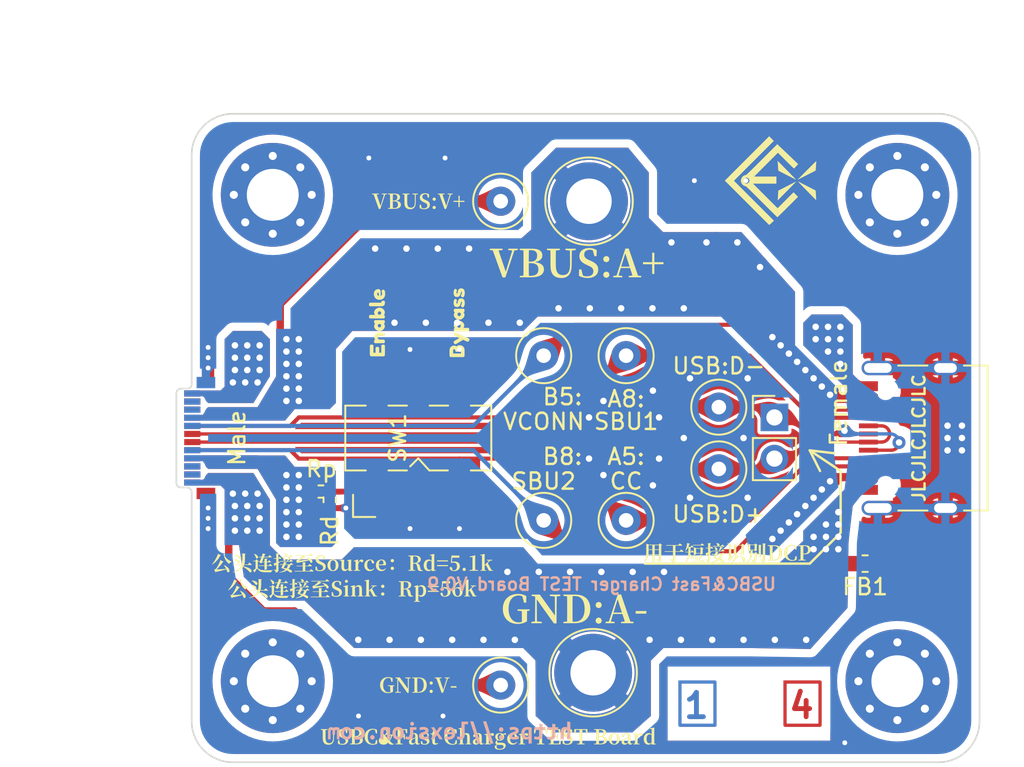
<source format=kicad_pcb>
(kicad_pcb (version 20211014) (generator pcbnew)
  (title_block (title "USBC_PD_TEST") (rev "V0.9") (company "LEXSION.NET"))
  (layers (0 "F.Cu" signal) (1 "In1.Cu" signal) (2 "In2.Cu" signal) (31 "B.Cu" signal) (34 "B.Paste" user) (35 "F.Paste" user) (36 "B.SilkS" user "B.Silkscreen") (37 "F.SilkS" user "F.Silkscreen") (38 "B.Mask" user) (39 "F.Mask" user) (44 "Edge.Cuts" user))
  (net 0 "")
  (net 1 "GND")
  (net 2 "VBUS")
  (net 3 "/CC")
  (net 4 "/USB_D+")
  (net 5 "/USB_D-")
  (net 6 "/SBU1")
  (net 7 "/VCONN")
  (net 8 "/SBU2")
  (net 17 "Net-(R1-Pad2)")
  (net 18 "Earth")
  (footprint "TestPoint:TestPoint_Loop_D2.60mm_Drill0.9mm_Beaded" (layer "F.Cu") (at 97.934 67.564)
    (fp_text reference "TP8" hide)
    (fp_text value "Loop_0.9mm")
  )
  (footprint "TestPoint:TestPoint_Loop_D2.60mm_Drill0.9mm_Beaded" (layer "F.Cu") (at 95.284 47.879)
    (fp_text reference "TP2" hide)
    (fp_text value "Loop_0.9mm")
  )
  (footprint "kibuzzard-6262F4E3" (layer "F.Cu") (at 86.14 70.231)
    (fp_text reference "kibuzzard-6262F4E3" hide)
    (fp_text value "G***" hide)
  )
  (footprint "Lex_Button_Switch:SW_DPDT_MSS22D18" (layer "F.Cu") (at 90.204 62.484 90)
    (fp_text reference "SW1")
    (fp_text value "SW_DPDT_x2")
  )
  (footprint "Connector_PinHeader_2.54mm:PinHeader_1x02_P2.54mm_Vertical" (layer "F.Cu") (at 112.158 61.214)
    (fp_text reference "J2" hide)
    (fp_text value "Conn_01x02_Male")
  )
  (footprint "MountingHole:MountingHole_3.2mm_M3_Pad_Via" (layer "F.Cu") (at 119.734 47.484)
    (fp_text reference "H2" hide)
    (fp_text value "MountingHole")
  )
  (footprint "Connector_USB:USB_C_Receptacle_Palconn_UTC16-G" (layer "F.Cu") (at 120.458999 62.484 90)
    (fp_text reference "J1" hide)
    (fp_text value "USB_C_Receptacle_USB2.0")
  )
  (footprint "MountingHole:MountingHole_3.2mm_M3_Pad_Via" (layer "F.Cu") (at 119.734 77.484)
    (fp_text reference "H4" hide)
    (fp_text value "MountingHole")
  )
  (footprint "kibuzzard-6262FE8D" (layer "F.Cu") (at 90.204 77.724)
    (fp_text reference "kibuzzard-6262FE8D" hide)
    (fp_text value "G***" hide)
  )
  (footprint "kibuzzard-62641C40" (layer "F.Cu") (at 92.743993 55.372 90)
    (fp_text reference "kibuzzard-62641C40" hide)
    (fp_text value "G***" hide)
  )
  (footprint "Lex_LOGO:LexsionFish" (layer "F.Cu") (at 111.921 46.609)
    (fp_text reference "G***" hide)
    (fp_text value "LOGO" hide)
  )
  (footprint "Connector_USB:USB_C_Plug_Molex_105444" (layer "F.Cu") (at 76.233993 62.484 90)
    (fp_text reference "P1" hide)
    (fp_text value "USB_C_Plug")
  )
  (footprint "kibuzzard-6262F531" (layer "F.Cu") (at 90.204 47.879)
    (fp_text reference "kibuzzard-6262F531" hide)
    (fp_text value "G***" hide)
  )
  (footprint "TestPoint:TestPoint_Loop_D2.60mm_Drill0.9mm_Beaded" (layer "F.Cu") (at 97.934 57.404)
    (fp_text reference "TP4" hide)
    (fp_text value "Loop_0.9mm")
  )
  (footprint "kibuzzard-62641BEE" (layer "F.Cu") (at 87.663993 55.372 90)
    (fp_text reference "kibuzzard-62641BEE" hide)
    (fp_text value "G***" hide)
  )
  (footprint "TestPoint:TestPoint_Loop_D2.60mm_Drill0.9mm_Beaded" (layer "F.Cu") (at 103.014 67.564)
    (fp_text reference "TP3" hide)
    (fp_text value "Loop_0.9mm")
  )
  (footprint "TestPoint:TestPoint_Loop_D2.60mm_Drill0.9mm_Beaded" (layer "F.Cu") (at 108.729 60.579)
    (fp_text reference "TP5" hide)
    (fp_text value "Loop_0.9mm")
  )
  (footprint "kibuzzard-6262F952" (layer "F.Cu") (at 99.966 51.689)
    (fp_text reference "kibuzzard-6262F952" hide)
    (fp_text value "G***" hide)
  )
  (footprint "MountingHole:MountingHole_3.2mm_M3_Pad_Via" (layer "F.Cu") (at 81.234 77.484)
    (fp_text reference "H3" hide)
    (fp_text value "MountingHole")
  )
  (footprint "kibuzzard-6262FE0A" (layer "F.Cu") (at 99.839 73.025)
    (fp_text reference "kibuzzard-6262FE0A" hide)
    (fp_text value "G***" hide)
  )
  (footprint "Resistor_SMD:R_0402_1005Metric" (layer "F.Cu") (at 84.743 66.294 90)
    (fp_text reference "R2" hide)
    (fp_text value "5.1k")
  )
  (footprint "kibuzzard-6262F4EB" (layer "F.Cu") (at 86.14 71.882)
    (fp_text reference "kibuzzard-6262F4EB" hide)
    (fp_text value "G***" hide)
  )
  (footprint "TestPoint:TestPoint_Loop_D3.80mm_Drill2.8mm" (layer "F.Cu") (at 100.728 47.879)
    (fp_text reference "TP1" hide)
    (fp_text value "2.8mm")
  )
  (footprint "TestPoint:TestPoint_Loop_D2.60mm_Drill0.9mm_Beaded" (layer "F.Cu") (at 108.729 64.389)
    (fp_text reference "TP6" hide)
    (fp_text value "Loop_0.9mm")
  )
  (footprint "TestPoint:TestPoint_Loop_D2.60mm_Drill0.9mm_Beaded" (layer "F.Cu") (at 95.284 77.724)
    (fp_text reference "TP10" hide)
    (fp_text value "Loop_0.9mm")
  )
  (footprint "MountingHole:MountingHole_3.2mm_M3_Pad_Via" (layer "F.Cu") (at 81.234 47.484)
    (fp_text reference "H1" hide)
    (fp_text value "MountingHole")
  )
  (footprint "Resistor_SMD:R_0402_1005Metric" (layer "F.Cu") (at 84.202005 65.786)
    (fp_text reference "R1" hide)
    (fp_text value "56k")
  )
  (footprint "TestPoint:TestPoint_Loop_D3.80mm_Drill2.8mm" (layer "F.Cu") (at 100.982 76.962)
    (fp_text reference "TP9" hide)
    (fp_text value "2.8mm")
  )
  (footprint "TestPoint:TestPoint_Loop_D2.60mm_Drill0.9mm_Beaded" (layer "F.Cu") (at 103.014 57.404)
    (fp_text reference "TP7" hide)
    (fp_text value "Loop_0.9mm")
  )
  (footprint "kibuzzard-6263F752" (layer "F.Cu") (at 94.522 81.026)
    (fp_text reference "kibuzzard-6263F752" hide)
    (fp_text value "G***" hide)
  )
  (footprint "kibuzzard-6263C95A" (layer "F.Cu") (at 109.254 69.596)
    (fp_text reference "kibuzzard-6263C95A" hide)
    (fp_text value "G***" hide)
  )
  (footprint "Inductor_SMD:L_0603_1608Metric" (layer "F.Cu") (at 117.746 70.231 180)
    (fp_text reference "FB1")
    (fp_text value "FerriteBead")
  )
  (footprint "kibuzzard-62641778" (layer "B.Cu") (at 92.109 80.645 180)
    (fp_text reference "kibuzzard-62641778" hide)
    (fp_text value "G***" hide)
  )
  (gr_rect (start 112.81 77.5335) (end 114.969 80.2005) (layer "F.Cu") (width 0.2) (fill none))
  (gr_rect (start 106.333 77.5335) (end 108.492 80.2005) (layer "B.Cu") (width 0.2) (fill none))
  (gr_line (start 104.174 70.231) (end 114.334 70.231) (layer "F.SilkS") (width 0.15))
  (gr_line (start 114.969 69.596) (end 116.239 68.326) (layer "F.SilkS") (width 0.15))
  (gr_line (start 114.334 63.246) (end 114.969 64.516) (layer "F.SilkS") (width 0.15))
  (gr_line (start 116.239 68.326) (end 116.239 64.516) (layer "F.SilkS") (width 0.15))
  (gr_line (start 114.334 70.231) (end 114.969 69.596) (layer "F.SilkS") (width 0.15))
  (gr_line (start 114.334 63.246) (end 115.818412 63.420023) (layer "F.SilkS") (width 0.15))
  (gr_line (start 116.239 64.516) (end 114.334 63.246) (layer "F.SilkS") (width 0.15))
  (gr_line (start 122.259 82.484) (end 78.774 82.484) (layer "Edge.Cuts") (width 0.1))
  (gr_line (start 76.234 58.166) (end 76.234 45.024) (layer "Edge.Cuts") (width 0.1))
  (gr_line (start 75.98 59.436) (end 75.599 59.436) (layer "Edge.Cuts") (width 0.1))
  (gr_line (start 78.774 42.484) (end 122.259 42.484) (layer "Edge.Cuts") (width 0.1))
  (gr_line (start 75.2942 59.69) (end 75.2942 65.2272) (layer "Edge.Cuts") (width 0.1))
  (gr_arc (start 76.234 59.182) (mid 76.159605 59.361605) (end 75.98 59.436) (layer "Edge.Cuts") (width 0.1))
  (gr_line (start 75.5736 65.532) (end 75.9292 65.532) (layer "Edge.Cuts") (width 0.1))
  (gr_line (start 76.234 79.944) (end 76.234 66.9544) (layer "Edge.Cuts") (width 0.1))
  (gr_arc (start 76.234 45.024) (mid 76.977949 43.227949) (end 78.774 42.484) (layer "Edge.Cuts") (width 0.1))
  (gr_arc (start 78.774 82.484) (mid 76.977949 81.740051) (end 76.234 79.944) (layer "Edge.Cuts") (width 0.1))
  (gr_arc (start 122.259 42.484) (mid 124.055051 43.227949) (end 124.799 45.024) (layer "Edge.Cuts") (width 0.1))
  (gr_line (start 76.234 58.166) (end 76.234 59.182) (layer "Edge.Cuts") (width 0.1))
  (gr_arc (start 75.9292 65.532) (mid 76.127586 65.603822) (end 76.234 65.786) (layer "Edge.Cuts") (width 0.1))
  (gr_arc (start 75.2942 59.69) (mid 75.400625 59.507835) (end 75.599 59.436) (layer "Edge.Cuts") (width 0.1))
  (gr_arc (start 124.799 79.944) (mid 124.055051 81.740051) (end 122.259 82.484) (layer "Edge.Cuts") (width 0.1))
  (gr_arc (start 75.5736 65.532) (mid 75.366882 65.441052) (end 75.2942 65.2272) (layer "Edge.Cuts") (width 0.1))
  (gr_line (start 76.234 65.786) (end 76.234 66.9544) (layer "Edge.Cuts") (width 0.1))
  (gr_line (start 124.799 45.024) (end 124.799 79.944) (layer "Edge.Cuts") (width 0.1))
  (gr_text "4" (at 113.826 78.994) (layer "F.Cu") (effects (font (size 1.5 1.5) (thickness 0.3))))
  (gr_text "1" (at 107.349 78.994) (layer "B.Cu") (effects (font (size 1.5 1.5) (thickness 0.3))))
  (gr_text "USBC&Fast Charger TEST Board ${REVISION}" (at 101.506993 71.501) (layer "B.SilkS") (effects (font (size 0.762 0.762)) (justify mirror)))
  (gr_text "JLCJLCJLCJLC" (at 121.064993 62.484 90) (layer "F.SilkS") (effects (font (size 0.762 0.762))))
  (segment (start 115.968 66.548) (end 115.968 67.056) (width 0.4572) (layer "F.Cu") (net 1))
  (segment (start 78.901 68.199) (end 78.52 68.58) (width 0.4572) (layer "F.Cu") (net 1))
  (segment (start 78.901 58.928) (end 78.901 58.674) (width 0.3556) (layer "F.Cu") (net 1))
  (segment (start 80.662 73.152) (end 82.5755 73.152) (width 0.4572) (layer "F.Cu") (net 1))
  (segment (start 117.949 59.284) (end 116.832 59.284) (width 0.4572) (layer "F.Cu") (net 1))
  (segment (start 116.832 65.684) (end 115.968 66.548) (width 0.4572) (layer "F.Cu") (net 1))
  (segment (start 78.139 65.278) (end 78.901 66.04) (width 0.3556) (layer "F.Cu") (net 1))
  (segment (start 78.095 59.734) (end 78.901 58.928) (width 0.3556) (layer "F.Cu") (net 1))
  (segment (start 117.949 65.684) (end 116.832 65.684) (width 0.4572) (layer "F.Cu") (net 1))
  (segment (start 115.968 58.42) (end 115.968 57.912) (width 0.4572) (layer "F.Cu") (net 1))
  (segment (start 78.901 66.04) (end 78.901 66.294) (width 0.3556) (layer "F.Cu") (net 1))
  (segment (start 87.1475 77.724) (end 95.284 77.724) (width 0.4572) (layer "F.Cu") (net 1))
  (segment (start 78.095 65.234) (end 78.139 65.278) (width 0.2032) (layer "F.Cu") (net 1))
  (segment (start 76.274 65.234) (end 78.095 65.234) (width 0.3556) (layer "F.Cu") (net 1))
  (segment (start 84.743 66.804) (end 85.74 66.804) (width 0.3556) (layer "F.Cu") (net 1))
  (segment (start 78.52 71.01) (end 80.662 73.152) (width 0.4572) (layer "F.Cu") (net 1))
  (segment (start 76.274 59.734) (end 78.095 59.734) (width 0.3556) (layer "F.Cu") (net 1))
  (segment (start 85.74 66.804) (end 85.742 66.802) (width 0.3556) (layer "F.Cu") (net 1))
  (segment (start 78.52 68.58) (end 78.52 71.01) (width 0.4572) (layer "F.Cu") (net 1))
  (segment (start 116.832 59.284) (end 115.968 58.42) (width 0.4572) (layer "F.Cu") (net 1))
  (segment (start 82.5755 73.152) (end 87.1475 77.724) (width 0.4572) (layer "F.Cu") (net 1))
  (via (at 116.095 67.818) (size 0.8) (drill 0.4) (layers "F.Cu" "B.Cu") (net 1))
  (via (at 115.46 55.626) (size 0.8) (drill 0.4) (layers "F.Cu" "B.Cu") (net 1))
  (via (at 101.617 64.77) (size 0.8) (drill 0.4) (layers "F.Cu" "B.Cu") (net 1))
  (via (at 78.774 65.913) (size 0.8) (drill 0.4) (layers "F.Cu" "B.Cu") (net 1))
  (via (at 78.774 59.055) (size 0.8) (drill 0.4) (layers "F.Cu" "B.Cu") (net 1))
  (via (at 78.901 66.675) (size 0.8) (drill 0.4) (layers "F.Cu" "B.Cu") (net 1))
  (via (at 114.571 69.342) (size 0.8) (drill 0.4) (layers "F.Cu" "B.Cu") (net 1))
  (via (at 108.3226 74.93) (size 0.8) (drill 0.4) (layers "F.Cu" "B.Cu") (net 1))
  (via (at 94.2256 74.93) (size 0.8) (drill 0.4) (layers "F.Cu" "B.Cu") (net 1))
  (via (at 116.095 69.342) (size 0.8) (drill 0.4) (layers "F.Cu" "B.Cu") (net 1))
  (via (at 100.728 63.754) (size 0.8) (drill 0.4) (layers "F.Cu" "B.Cu") (net 1))
  (via (at 85.742 66.802) (size 0.6) (drill 0.3) (layers "F.Cu" "B.Cu") (net 1))
  (via (at 89.696 57.023) (size 0.6) (drill 0.3) (layers "F.Cu" "B.Cu") (net 1))
  (via (at 79.536 65.913) (size 0.8) (drill 0.4) (layers "F.Cu" "B.Cu") (net 1))
  (via (at 79.663 67.437) (size 0.8) (drill 0.4) (layers "F.Cu" "B.Cu") (net 1))
  (via (at 116.222 57.912) (size 0.8) (drill 0.4) (layers "F.Cu" "B.Cu") (net 1))
  (via (at 101.617 60.198) (size 0.8) (drill 0.4) (layers "F.Cu" "B.Cu") (net 1))
  (via (at 95.6988 70.739) (size 0.8) (drill 0.4) (layers "F.Cu" "B.Cu") (net 1))
  (via (at 79.663 58.293) (size 0.8) (drill 0.4) (layers "F.Cu" "B.Cu") (net 1))
  (via (at 80.298 59.055) (size 0.8) (drill 0.4) (layers "F.Cu" "B.Cu") (net 1))
  (via (at 104.665 59.563) (size 0.8) (drill 0.4) (layers "F.Cu" "B.Cu") (net 1))
  (via (at 105.3508 70.739) (size 0.8) (drill 0.4) (layers "F.Cu" "B.Cu") (net 1))
  (via (at 92.2952 74.93) (size 0.8) (drill 0.4) (layers "F.Cu" "B.Cu") (net 1))
  (via (at 106.951 66.167) (size 0.8) (drill 0.4) (layers "F.Cu" "B.Cu") (net 1))
  (via (at 115.333 68.58) (size 0.8) (drill 0.4) (layers "F.Cu" "B.Cu") (net 1))
  (via (at 96.156 74.93) (size 0.8) (drill 0.4) (layers "F.Cu" "B.Cu") (net 1))
  (via (at 92.744 57.023) (size 0.6) (drill 0.3) (layers "F.Cu" "B.Cu") (net 1))
  (via (at 115.333 67.818) (size 0.8) (drill 0.4) (layers "F.Cu" "B.Cu") (net 1))
  (via (at 80.425 56.769) (size 0.8) (drill 0.4) (layers "F.Cu" "B.Cu") (net 1))
  (via (at 79.663 57.531) (size 0.8) (drill 0.4) (layers "F.Cu" "B.Cu") (net 1))
  (via (at 116.222 56.388) (size 0.8) (drill 0.4) (layers "F.Cu" "B.Cu") (net 1))
  (via (at 80.425 68.199) (size 0.8) (drill 0.4) (layers "F.Cu" "B.Cu") (net 1))
  (via (at 116.222 55.626) (size 0.8) (drill 0.4) (layers "F.Cu" "B.Cu") (net 1))
  (via (at 101.49 70.739) (size 0.8) (drill 0.4) (layers "F.Cu" "B.Cu") (net 1))
  (via (at 97.6292 70.739) (size 0.8) (drill 0.4) (layers "F.Cu" "B.Cu") (net 1))
  (via (at 79.663 56.769) (size 0.8) (drill 0.4) (layers "F.Cu" "B.Cu") (net 1))
  (via (at 92.744 68.072) (size 0.6) (drill 0.3) (layers "F.Cu" "B.Cu") (net 1))
  (via (at 78.901 58.293) (size 0.8) (drill 0.4) (layers "F.Cu" "B.Cu") (net 1))
  (via (at 99.5596 70.739) (size 0.8) (drill 0.4) (layers "F.Cu" "B.Cu") (net 1))
  (via (at 105.046 63.754) (size 0.8) (drill 0.4) (layers "F.Cu" "B.Cu") (net 1))
  (via (at 78.901 57.531) (size 0.8) (drill 0.4) (layers "F.Cu" "B.Cu") (net 1))
  (via (at 90.3648 74.93) (size 0.8) (drill 0.4) (layers "F.Cu" "B.Cu") (net 1))
  (via (at 104.4618 74.93) (size 0.8) (drill 0.4) (layers "F.Cu" "B.Cu") (net 1))
  (via (at 110.507 66.167) (size 0.8) (drill 0.4) (layers "F.Cu" "B.Cu") (net 1))
  (via (at 88.4344 74.93) (size 0.8) (drill 0.4) (layers "F.Cu" "B.Cu") (net 1))
  (via (at 103.4204 70.739) (size 0.8) (drill 0.4) (layers "F.Cu" "B.Cu") (net 1))
  (via (at 80.425 58.293) (size 0.8) (drill 0.4) (layers "F.Cu" "B.Cu") (net 1))
  (via (at 104.665 65.405) (size 0.8) (drill 0.4) (layers "F.Cu" "B.Cu") (net 1))
  (via (at 110.253 74.93) (size 0.8) (drill 0.4) (layers "F.Cu" "B.Cu") (net 1))
  (via (at 115.46 57.15) (size 0.8) (drill 0.4) (layers "F.Cu" "B.Cu") (net 1))
  (via (at 110.253 62.484) (size 0.8) (drill 0.4) (layers "F.Cu" "B.Cu") (net 1))
  (via (at 79.663 66.675) (size 0.8) (drill 0.4) (layers "F.Cu" "B.Cu") (net 1))
  (via (at 112.1834 74.93) (size 0.8) (drill 0.4) (layers "F.Cu" "B.Cu") (net 1))
  (via (at 115.46 56.388) (size 0.8) (drill 0.4) (layers "F.Cu" "B.Cu") (net 1))
  (via (at 106.951 58.801) (size 0.8) (drill 0.4) (layers "F.Cu" "B.Cu") (net 1))
  (via (at 80.425 67.437) (size 0.8) (drill 0.4) (layers "F.Cu" "B.Cu") (net 1))
  (via (at 106.3922 74.93) (size 0.8) (drill 0.4) (layers "F.Cu" "B.Cu") (net 1))
  (via (at 114.571 68.58) (size 0.8) (drill 0.4) (layers "F.Cu" "B.Cu") (net 1))
  (via (at 78.901 56.769) (size 0.8) (drill 0.4) (layers "F.Cu" "B.Cu") (net 1))
  (via (at 78.901 68.199) (size 0.8) (drill 0.4) (layers "F.Cu" "B.Cu") (net 1))
  (via (at 89.696 68.072) (size 0.6) (drill 0.3) (layers "F.Cu" "B.Cu") (net 1))
  (via (at 106.57 62.484) (size 0.8) (drill 0.4) (layers "F.Cu" "B.Cu") (net 1))
  (via (at 80.425 57.531) (size 0.8) (drill 0.4) (layers "F.Cu" "B.Cu") (net 1))
  (via (at 79.536 59.055) (size 0.8) (drill 0.4) (layers "F.Cu" "B.Cu") (net 1))
  (via (at 100.728 61.214) (size 0.8) (drill 0.4) (layers "F.Cu" "B.Cu") (net 1))
  (via (at 114.698 55.626) (size 0.8) (drill 0.4) (layers "F.Cu" "B.Cu") (net 1))
  (via (at 115.333 69.342) (size 0.8) (drill 0.4) (layers "F.Cu" "B.Cu") (net 1))
  (via (at 79.663 68.199) (size 0.8) (drill 0.4) (layers "F.Cu" "B.Cu") (net 1))
  (via (at 105.046 61.214) (size 0.8) (drill 0.4) (layers "F.Cu" "B.Cu") (net 1))
  (via (at 116.222 57.15) (size 0.8) (drill 0.4) (layers "F.Cu" "B.Cu") (net 1))
  (via (at 80.298 65.913) (size 0.8) (drill 0.4) (layers "F.Cu" "B.Cu") (net 1))
  (via (at 116.095 67.056) (size 0.8) (drill 0.4) (layers "F.Cu" "B.Cu") (net 1))
  (via (at 110.507 58.801) (size 0.8) (drill 0.4) (layers "F.Cu" "B.Cu") (net 1))
  (via (at 114.1138 74.93) (size 0.8) (drill 0.4) (layers "F.Cu" "B.Cu") (net 1))
  (via (at 80.425 66.675) (size 0.8) (drill 0.4) (layers "F.Cu" "B.Cu") (net 1))
  (via (at 86.504 74.93) (size 0.8) (drill 0.4) (layers "F.Cu" "B.Cu") (net 1))
  (via (at 78.901 67.437) (size 0.8) (drill 0.4) (layers "F.Cu" "B.Cu") (net 1))
  (via (at 116.095 68.58) (size 0.8) (drill 0.4) (layers "F.Cu" "B.Cu") (net 1))
  (via (at 114.698 56.388) (size 0.8) (drill 0.4) (layers "F.Cu" "B.Cu") (net 1))
  (segment (start 78.095 65.234) (end 78.901 66.04) (width 0.3556) (layer "B.Cu") (net 1))
  (segment (start 76.274 65.234) (end 78.095 65.234) (width 0.3556) (layer "B.Cu") (net 1))
  (segment (start 76.274 59.734) (end 78.095 59.734) (width 0.3556) (layer "B.Cu") (net 1))
  (segment (start 78.901 58.928) (end 78.901 58.674) (width 0.3556) (layer "B.Cu") (net 1))
  (segment (start 78.901 66.04) (end 78.901 66.294) (width 0.3556) (layer "B.Cu") (net 1))
  (segment (start 78.095 59.734) (end 78.901 58.928) (width 0.3556) (layer "B.Cu") (net 1))
  (segment (start 114.571 66.167) (end 115.079 65.659) (width 0.4572) (layer "F.Cu") (net 2))
  (segment (start 115.079 65.659) (end 115.587 65.151) (width 0.4572) (layer "F.Cu") (net 2))
  (segment (start 81.695 56.007) (end 82.076 56.388) (width 0.4572) (layer "F.Cu") (net 2))
  (segment (start 95.284 47.879) (end 88.045 47.879) (width 0.4572) (layer "F.Cu") (net 2))
  (segment (start 76.274 61.234) (end 80.278 61.234) (width 0.3556) (layer "F.Cu") (net 2))
  (segment (start 76.274 63.734) (end 80.278 63.734) (width 0.3556) (layer "F.Cu") (net 2))
  (segment (start 115.854 64.884) (end 117.949 64.884) (width 0.4572) (layer "F.Cu") (net 2))
  (segment (start 81.695 54.229) (end 81.695 56.007) (width 0.4572) (layer "F.Cu") (net 2))
  (segment (start 80.278 61.234) (end 80.298 61.214) (width 0.2032) (layer "F.Cu") (net 2))
  (segment (start 115.587 65.151) (end 115.854 64.884) (width 0.4572) (layer "F.Cu") (net 2))
  (segment (start 88.045 47.879) (end 81.695 54.229) (width 0.4572) (layer "F.Cu") (net 2))
  (via (at 96.4608 55.372) (size 0.8) (drill 0.4) (layers "F.Cu" "B.Cu") (net 2))
  (via (at 82.076 56.388) (size 0.8) (drill 0.4) (layers "F.Cu" "B.Cu") (net 2))
  (via (at 82.838 64.77) (size 0.8) (drill 0.4) (layers "F.Cu" "B.Cu") (net 2))
  (via (at 112.539 68.199) (size 0.8) (drill 0.4) (layers "F.Cu" "B.Cu") (net 2))
  (via (at 111.269 51.943) (size 0.8) (drill 0.4) (layers "F.Cu" "B.Cu") (net 2))
  (via (at 82.076 68.58) (size 0.8) (drill 0.4) (layers "F.Cu" "B.Cu") (net 2))
  (via (at 105.808 50.419) (size 0.8) (drill 0.4) (layers "F.Cu" "B.Cu") (net 2))
  (via (at 115.587 59.817) (size 0.8) (drill 0.4) (layers "F.Cu" "B.Cu") (net 2))
  (via (at 82.838 58.674) (size 0.8) (drill 0.4) (layers "F.Cu" "B.Cu") (net 2))
  (via (at 82.838 60.198) (size 0.8) (drill 0.4) (layers "F.Cu" "B.Cu") (net 2))
  (via (at 82.838 59.436) (size 0.8) (drill 0.4) (layers "F.Cu" "B.Cu") (net 2))
  (via (at 82.076 67.056) (size 0.8) (drill 0.4) (layers "F.Cu" "B.Cu") (net 2))
  (via (at 82.076 66.294) (size 0.8) (drill 0.4) (layers "F.Cu" "B.Cu") (net 2))
  (via (at 82.838 67.818) (size 0.8) (drill 0.4) (layers "F.Cu" "B.Cu") (net 2))
  (via (at 82.076 57.15) (size 0.8) (drill 0.4) (layers "F.Cu" "B.Cu") (net 2))
  (via (at 82.076 65.532) (size 0.8) (drill 0.4) (layers "F.Cu" "B.Cu") (net 2))
  (via (at 112.539 56.769) (size 0.8) (drill 0.4) (layers "F.Cu" "B.Cu") (net 2))
  (via (at 82.838 68.58) (size 0.8) (drill 0.4) (layers "F.Cu" "B.Cu") (net 2))
  (via (at 82.076 60.198) (size 0.8) (drill 0.4) (layers "F.Cu" "B.Cu") (net 2))
  (via (at 114.063 66.675) (size 0.8) (drill 0.4) (layers "F.Cu" "B.Cu") (net 2))
  (via (at 82.838 65.532) (size 0.8) (drill 0.4) (layers "F.Cu" "B.Cu") (net 2))
  (via (at 109.872 50.419) (size 0.8) (drill 0.4) (layers "F.Cu" "B.Cu") (net 2))
  (via (at 114.571 58.801) (size 0.8) (drill 0.4) (layers "F.Cu" "B.Cu") (net 2))
  (via (at 106.57 54.483) (size 0.8) (drill 0.4) (layers "F.Cu" "B.Cu") (net 2))
  (via (at 114.571 66.167) (size 0.8) (drill 0.4) (layers "F.Cu" "B.Cu") (net 2))
  (via (at 82.838 67.056) (size 0.8) (drill 0.4) (layers "F.Cu" "B.Cu") (net 2))
  (via (at 92.6 55.372) (size 0.8) (drill 0.4) (layers "F.Cu" "B.Cu") (net 2))
  (via (at 115.079 65.659) (size 0.8) (drill 0.4) (layers "F.Cu" "B.Cu") (net 2))
  (via (at 104.6396 54.483) (size 0.8) (drill 0.4) (layers "F.Cu" "B.Cu") (net 2))
  (via (at 87.5454 50.8) (size 0.8) (drill 0.4) (layers "F.Cu" "B.Cu") (net 2))
  (via (at 113.555 57.785) (size 0.8) (drill 0.4) (layers "F.Cu" "B.Cu") (net 2))
  (via (at 82.838 57.15) (size 0.8) (drill 0.4) (layers "F.Cu" "B.Cu") (net 2))
  (via (at 90.6696 55.372) (size 0.8) (drill 0.4) (layers "F.Cu" "B.Cu") (net 2))
  (via (at 88.7392 55.372) (size 0.8) (drill 0.4) (layers "F.Cu" "B.Cu") (net 2))
  (via (at 82.076 67.818) (size 0.8) (drill 0.4) (layers "F.Cu" "B.Cu") (net 2))
  (via (at 112.031 68.707) (size 0.8) (drill 0.4) (layers "F.Cu" "B.Cu") (net 2))
  (via (at 115.587 65.151) (size 0.8) (drill 0.4) (layers "F.Cu" "B.Cu") (net 2))
  (via (at 113.047 57.277) (size 0.8) (drill 0.4) (layers "F.Cu" "B.Cu") (net 2))
  (via (at 82.838 66.294) (size 0.8) (drill 0.4) (layers "F.Cu" "B.Cu") (net 2))
  (via (at 82.838 57.912) (size 0.8) (drill 0.4) (layers "F.Cu" "B.Cu") (net 2))
  (via (at 102.7092 54.483) (size 0.8) (drill 0.4) (layers "F.Cu" "B.Cu") (net 2))
  (via (at 82.076 64.77) (size 0.8) (drill 0.4) (layers "F.Cu" "B.Cu") (net 2))
  (via (at 82.076 57.912) (size 0.8) (drill 0.4) (layers "F.Cu" "B.Cu") (net 2))
  (via (at 113.047 67.691) (size 0.8) (drill 0.4) (layers "F.Cu" "B.Cu") (net 2))
  (via (at 82.076 58.674) (size 0.8) (drill 0.4) (layers "F.Cu" "B.Cu") (net 2))
  (via (at 89.4758 50.8) (size 0.8) (drill 0.4) (layers "F.Cu" "B.Cu") (net 2))
  (via (at 100.7788 54.483) (size 0.8) (drill 0.4) (layers "F.Cu" "B.Cu") (net 2))
  (via (at 98.8484 54.483) (size 0.8) (drill 0.4) (layers "F.Cu" "B.Cu") (net 2))
  (via (at 113.555 67.183) (size 0.8) (drill 0.4) (layers "F.Cu" "B.Cu") (net 2))
  (via (at 112.031 56.261) (size 0.8) (drill 0.4) (layers "F.Cu" "B.Cu") (net 2))
  (via (at 107.967 50.419) (size 0.8) (drill 0.4) (layers "F.Cu" "B.Cu") (net 2))
  (via (at 82.838 56.388) (size 0.8) (drill 0.4) (layers "F.Cu" "B.Cu") (net 2))
  (via (at 94.5304 55.372) (size 0.8) (drill 0.4) (layers "F.Cu" "B.Cu") (net 2))
  (via (at 82.076 59.436) (size 0.8) (drill 0.4) (layers "F.Cu" "B.Cu") (net 2))
  (via (at 115.079 59.309) (size 0.8) (drill 0.4) (layers "F.Cu" "B.Cu") (net 2))
  (via (at 93.3366 50.8) (size 0.8) (drill 0.4) (layers "F.Cu" "B.Cu") (net 2))
  (via (at 114.063 58.293) (size 0.8) (drill 0.4) (layers "F.Cu" "B.Cu") (net 2))
  (via (at 91.4062 50.8) (size 0.8) (drill 0.4) (layers "F.Cu" "B.Cu") (net 2))
  (segment (start 113.047 57.277) (end 115.079 59.309) (width 1.27) (layer "B.Cu") (net 2))
  (segment (start 76.274 61.234) (end 80.278 61.234) (width 0.3556) (layer "B.Cu") (net 2))
  (segment (start 76.274 63.734) (end 80.278 63.734) (width 0.3556) (layer "B.Cu") (net 2))
  (segment (start 115.079 65.659) (end 113.047 67.691) (width 1.27) (layer "B.Cu") (net 2))
  (segment (start 115.079 59.309) (end 115.079 65.659) (width 1.27) (layer "B.Cu") (net 2))
  (segment (start 114.464 63.734) (end 110.634 67.564) (width 0.254) (layer "F.Cu") (net 3))
  (segment (start 92.744 63.754) (end 90.204 63.754) (width 0.254) (layer "F.Cu") (net 3))
  (segment (start 103.014 67.564) (end 99.204 63.754) (width 0.254) (layer "F.Cu") (net 3))
  (segment (start 90.204 63.754) (end 82.838 63.754) (width 0.254) (layer "F.Cu") (net 3))
  (segment (start 117.949 63.734) (end 114.464 63.734) (width 0.254) (layer "F.Cu") (net 3))
  (segment (start 110.634 67.564) (end 103.014 67.564) (width 0.254) (layer "F.Cu") (net 3))
  (segment (start 90.204 63.754) (end 90.204 65.734) (width 0.254) (layer "F.Cu") (net 3))
  (segment (start 99.204 63.754) (end 92.744 63.754) (width 0.254) (layer "F.Cu") (net 3))
  (segment (start 92.744 63.754) (end 92.744 65.734) (width 0.254) (layer "F.Cu") (net 3))
  (segment (start 76.274 63.234) (end 82.324 63.234) (width 0.254) (layer "F.Cu") (net 3))
  (segment (start 82.324 63.234) (end 82.844 63.754) (width 0.254) (layer "F.Cu") (net 3))
  (segment (start 108.729 64.389) (end 106.951 64.389) (width 0.2032) (layer "F.Cu") (net 4))
  (segment (start 114.194 62.734) (end 112.539 64.389) (width 0.2032) (layer "F.Cu") (net 4))
  (segment (start 106.951 64.389) (end 105.296 62.734) (width 0.2032) (layer "F.Cu") (net 4))
  (segment (start 117.949 61.734) (end 118.762 61.734) (width 0.2032) (layer "F.Cu") (net 4))
  (segment (start 117.949 62.734) (end 118.754 62.734) (width 0.2032) (layer "F.Cu") (net 4))
  (segment (start 105.296 62.734) (end 76.274 62.734) (width 0.2032) (layer "F.Cu") (net 4))
  (segment (start 117.949 62.734) (end 114.194 62.734) (width 0.2032) (layer "F.Cu") (net 4))
  (segment (start 112.539 64.389) (end 108.729 64.389) (width 0.2032) (layer "F.Cu") (net 4))
  (arc (start 118.754 62.734) (mid 119.110382 62.586382) (end 119.258 62.23) (width 0.2032) (layer "F.Cu") (net 4))
  (arc (start 118.762 61.734) (mid 119.112725 61.879275) (end 119.258 62.23) (width 0.2032) (layer "F.Cu") (net 4))
  (segment (start 116.476 62.23) (end 114.19 62.23) (width 0.2032) (layer "F.Cu") (net 5))
  (segment (start 105.296 62.234) (end 76.274 62.234) (width 0.2032) (layer "F.Cu") (net 5))
  (segment (start 106.951 60.579) (end 105.296 62.234) (width 0.2032) (layer "F.Cu") (net 5))
  (segment (start 117.949 62.234) (end 116.476 62.234) (width 0.2032) (layer "F.Cu") (net 5))
  (segment (start 114.19 62.23) (end 112.539 60.579) (width 0.2032) (layer "F.Cu") (net 5))
  (segment (start 108.729 60.579) (end 106.951 60.579) (width 0.2032) (layer "F.Cu") (net 5))
  (segment (start 117.949 63.234) (end 119.363374 63.234) (width 0.2032) (layer "F.Cu") (net 5))
  (segment (start 112.539 60.579) (end 108.729 60.579) (width 0.2032) (layer "F.Cu") (net 5))
  (via (at 119.837257 62.760117) (size 0.8) (drill 0.4) (layers "F.Cu" "B.Cu") (net 5))
  (via (at 116.476 62.0329) (size 0.8) (drill 0.4) (layers "F.Cu" "B.Cu") (net 5))
  (arc (start 119.363374 63.234) (mid 119.69846 63.095203) (end 119.837257 62.760117) (width 0.2032) (layer "F.Cu") (net 5))
  (segment (start 116.476 62.23) (end 119.30714 62.23) (width 0.2032) (layer "B.Cu") (net 5))
  (arc (start 119.30714 62.23) (mid 119.681989 62.385268) (end 119.837257 62.760117) (width 0.2032) (layer "B.Cu") (net 5))
  (segment (start 76.274 61.734) (end 82.324 61.734) (width 0.254) (layer "F.Cu") (net 6))
  (segment (start 114.464 61.234) (end 110.634 57.404) (width 0.254) (layer "F.Cu") (net 6))
  (segment (start 82.324 61.734) (end 82.844 61.214) (width 0.254) (layer "F.Cu") (net 6))
  (segment (start 117.949 61.234) (end 114.464 61.234) (width 0.254) (layer "F.Cu") (net 6))
  (segment (start 99.204 61.214) (end 82.838 61.214) (width 0.254) (layer "F.Cu") (net 6))
  (segment (start 110.634 57.404) (end 103.014 57.404) (width 0.254) (layer "F.Cu") (net 6))
  (segment (start 103.014 57.404) (end 99.204 61.214) (width 0.254) (layer "F.Cu") (net 6))
  (segment (start 109.745 55.499) (end 99.839 55.499) (width 0.254) (layer "F.Cu") (net 7))
  (segment (start 117.949 60.734) (end 114.98 60.734) (width 0.254) (layer "F.Cu") (net 7))
  (segment (start 99.839 55.499) (end 97.934 57.404) (width 0.254) (layer "F.Cu") (net 7))
  (segment (start 114.98 60.734) (end 109.745 55.499) (width 0.254) (layer "F.Cu") (net 7))
  (segment (start 93.604 61.734) (end 76.274 61.734) (width 0.254) (layer "B.Cu") (net 7))
  (segment (start 97.934 57.404) (end 93.604 61.734) (width 0.254) (layer "B.Cu") (net 7))
  (segment (start 109.745 69.469) (end 99.839 69.469) (width 0.254) (layer "F.Cu") (net 8))
  (segment (start 99.839 69.469) (end 97.934 67.564) (width 0.254) (layer "F.Cu") (net 8))
  (segment (start 117.949 64.234) (end 114.98 64.234) (width 0.254) (layer "F.Cu") (net 8))
  (segment (start 114.98 64.234) (end 109.745 69.469) (width 0.254) (layer "F.Cu") (net 8))
  (segment (start 93.604 63.234) (end 76.274 63.234) (width 0.254) (layer "B.Cu") (net 8))
  (segment (start 97.934 67.564) (end 93.604 63.234) (width 0.254) (layer "B.Cu") (net 8))
  (segment (start 87.612 65.786) (end 87.664 65.734) (width 0.3556) (layer "F.Cu") (net 17))
  (segment (start 84.712005 65.786) (end 87.612 65.786) (width 0.3556) (layer "F.Cu") (net 17))
  (via (at 77.249993 58.166) (size 0.6) (drill 0.3) (layers "F.Cu" "B.Cu") (net 18))
  (via (at 107.222 46.609) (size 0.6) (drill 0.3) (layers "F.Cu" "B.Cu") (net 18))
  (via (at 77.25 67.437) (size 0.6) (drill 0.3) (layers "F.Cu" "B.Cu") (net 18))
  (via (at 123.715 63.246) (size 0.8) (drill 0.4) (layers "F.Cu" "B.Cu") (net 18))
  (via (at 91.728 79.629) (size 0.6) (drill 0.3) (layers "F.Cu" "B.Cu") (net 18))
  (via (at 77.25 66.802) (size 0.6) (drill 0.3) (layers "F.Cu" "B.Cu") (net 18))
  (via (at 122.826 63.246) (size 0.8) (drill 0.4) (layers "F.Cu" "B.Cu") (net 18))
  (via (at 86.521 79.629) (size 0.6) (drill 0.3) (layers "F.Cu" "B.Cu") (net 18))
  (via (at 77.25 68.072) (size 0.6) (drill 0.3) (layers "F.Cu" "B.Cu") (net 18))
  (via (at 122.826 62.484) (size 0.8) (drill 0.4) (layers "F.Cu" "B.Cu") (net 18))
  (via (at 110.397 46.609) (size 0.6) (drill 0.3) (layers "F.Cu" "B.Cu") (net 18))
  (via (at 77.25 57.531) (size 0.6) (drill 0.3) (layers "F.Cu" "B.Cu") (net 18))
  (via (at 123.715 61.722) (size 0.8) (drill 0.4) (layers "F.Cu" "B.Cu") (net 18))
  (via (at 87.156 45.212) (size 0.6) (drill 0.3) (layers "F.Cu" "B.Cu") (net 18))
  (via (at 123.715 62.484) (size 0.8) (drill 0.4) (layers "F.Cu" "B.Cu") (net 18))
  (via (at 122.826 61.722) (size 0.8) (drill 0.4) (layers "F.Cu" "B.Cu") (net 18))
  (via (at 91.855 45.212) (size 0.6) (drill 0.3) (layers "F.Cu" "B.Cu") (net 18))
  (via (at 77.25 56.896) (size 0.6) (drill 0.3) (layers "F.Cu" "B.Cu") (net 18))
  (via (at 116.493 81.28) (size 0.6) (drill 0.3) (layers "F.Cu" "B.Cu") (net 18))
  (zone (net 1) (net_name "GND") (layer "F.Cu") (priority 16962) (connect_pads yes (clearance 0)) (min_thickness 0.0254) (fill yes (thermal_gap 0.508) (thermal_bridge_width 0.508))
    (polygon (pts (xy 117.119 59.5126) (xy 117.218749 59.511369) (xy 117.308662 59.508407) (xy 117.389942 59.504812) (xy 117.463792 59.501679) (xy 117.531414 59.500106) (xy 117.594013 59.501187) (xy 117.652791 59.506021) (xy 117.708952 59.515703) (xy 117.763698 59.531331) (xy 117.818233 59.554) (xy 118.098999 59.284) (xy 117.818233 59.014) (xy 117.763698 59.036668) (xy 117.708952 59.052296) (xy 117.652791 59.061978) (xy 117.594013 59.066812) (xy 117.531414 59.067893) (xy 117.463792 59.06632) (xy 117.389942 59.063187) (xy 117.308662 59.059592) (xy 117.218749 59.05663) (xy 117.119 59.0554)))
  )
  (zone (net 1) (net_name "GND") (layers F&B.Cu) (priority 998) (connect_pads (clearance 0)) (min_thickness 0.0254) (fill yes (thermal_gap 0) (thermal_bridge_width 0.508))
    (polygon (pts (xy 81.06 66.294) (xy 80.044 64.643) (xy 77.25 64.643) (xy 77.123 64.77) (xy 76.996 65.024) (xy 76.742 65.024) (xy 76.742 65.405) (xy 78.012 65.405) (xy 78.266 65.659) (xy 78.266 69.088) (xy 81.06 69.088)))
  )
  (zone (net 7) (net_name "/VCONN") (layer "F.Cu") (priority 16962) (connect_pads yes (clearance 0)) (min_thickness 0.0254) (fill yes (thermal_gap 0.508) (thermal_bridge_width 0.508))
    (polygon (pts (xy 117.539 60.861) (xy 117.589074 60.860518) (xy 117.635844 60.859323) (xy 117.679247 60.857789) (xy 117.719223 60.85629) (xy 117.755707 60.8552) (xy 117.78864 60.854895) (xy 117.81796 60.855748) (xy 117.843603 60.858133) (xy 117.865509 60.862426) (xy 117.883616 60.869) (xy 118.023999 60.734) (xy 117.883616 60.599) (xy 117.865509 60.605573) (xy 117.843603 60.609866) (xy 117.81796 60.612251) (xy 117.78864 60.613104) (xy 117.755707 60.612799) (xy 117.719223 60.611709) (xy 117.679247 60.61021) (xy 117.635844 60.608676) (xy 117.589074 60.607481) (xy 117.539 60.607)))
  )
  (zone (net 1) (net_name "GND") (layer "F.Cu") (priority 16962) (connect_pads yes (clearance 0)) (min_thickness 0.0254) (fill yes (thermal_gap 0.508) (thermal_bridge_width 0.508))
    (polygon (pts (xy 117.119 59.5126) (xy 117.218749 59.511369) (xy 117.308662 59.508407) (xy 117.389942 59.504812) (xy 117.463792 59.501679) (xy 117.531414 59.500106) (xy 117.594013 59.501187) (xy 117.652791 59.506021) (xy 117.708952 59.515703) (xy 117.763698 59.531331) (xy 117.818233 59.554) (xy 118.098999 59.284) (xy 117.818233 59.014) (xy 117.763698 59.036668) (xy 117.708952 59.052296) (xy 117.652791 59.061978) (xy 117.594013 59.066812) (xy 117.531414 59.067893) (xy 117.463792 59.06632) (xy 117.389942 59.063187) (xy 117.308662 59.059592) (xy 117.218749 59.05663) (xy 117.119 59.0554)))
  )
  (zone (net 1) (net_name "GND") (layer "F.Cu") (priority 16962) (connect_pads yes (clearance 0)) (min_thickness 0.0254) (fill yes (thermal_gap 0.508) (thermal_bridge_width 0.508))
    (polygon (pts (xy 92.774 77.9526) (xy 93.077011 77.957688) (xy 93.333731 77.973277) (xy 93.553916 77.999849) (xy 93.747321 78.037888) (xy 93.923702 78.087877) (xy 94.092815 78.1503) (xy 94.264415 78.22564) (xy 94.448259 78.314381) (xy 94.654102 78.417006) (xy 94.8917 78.534) (xy 95.734 77.724) (xy 94.8917 76.914) (xy 94.654102 77.030993) (xy 94.448259 77.133618) (xy 94.264415 77.222359) (xy 94.092815 77.297699) (xy 93.923702 77.360122) (xy 93.747321 77.410111) (xy 93.553916 77.44815) (xy 93.333731 77.474722) (xy 93.077011 77.490311) (xy 92.774 77.4954)))
  )
  (zone (net 1) (net_name "GND") (layer "F.Cu") (priority 16962) (connect_pads yes (clearance 0)) (min_thickness 0.0254) (fill yes (thermal_gap 0.508) (thermal_bridge_width 0.508))
    (polygon (pts (xy 117.119 65.9126) (xy 117.218749 65.911369) (xy 117.308662 65.908407) (xy 117.389942 65.904812) (xy 117.463792 65.901679) (xy 117.531414 65.900106) (xy 117.594013 65.901187) (xy 117.652791 65.906021) (xy 117.708952 65.915703) (xy 117.763698 65.931331) (xy 117.818233 65.954) (xy 118.098999 65.684) (xy 117.818233 65.414) (xy 117.763698 65.436668) (xy 117.708952 65.452296) (xy 117.652791 65.461978) (xy 117.594013 65.466812) (xy 117.531414 65.467893) (xy 117.463792 65.46632) (xy 117.389942 65.463187) (xy 117.308662 65.459592) (xy 117.218749 65.45663) (xy 117.119 65.4554)))
  )
  (zone (net 2) (net_name "VBUS") (layers F&B.Cu) (priority 999) (connect_pads (clearance 0)) (min_thickness 0.0254) (fill yes (thermal_gap 0) (thermal_bridge_width 0.508))
    (polygon (pts (xy 97.57 54.991) (xy 97.062 55.499) (xy 96.681 55.88) (xy 86.14 55.88) (xy 84.997 57.15) (xy 82.33 55.88) (xy 82.33 54.483) (xy 86.648 50.165) (xy 96.554 50.165) (xy 97.57 49.276)))
  )
  (zone (net 5) (net_name "/USB_D-") (layer "F.Cu") (priority 16962) (connect_pads yes (clearance 0)) (min_thickness 0.0254) (fill yes (thermal_gap 0.508) (thermal_bridge_width 0.508))
    (polygon (pts (xy 115.406 62.3316) (xy 115.557393 62.335209) (xy 115.685315 62.34488) (xy 115.795073 62.358876) (xy 115.891977 62.375461) (xy 115.981333 62.3929) (xy 116.068453 62.409456) (xy 116.158643 62.423393) (xy 116.257212 62.432976) (xy 116.369469 62.436469) (xy 116.500724 62.432135) (xy 116.650267 61.934763) (xy 116.147431 61.804774) (xy 116.089049 61.883751) (xy 116.032443 61.948915) (xy 115.975634 62.001561) (xy 115.916642 62.042985) (xy 115.853488 62.074481) (xy 115.784191 62.097346) (xy 115.706774 62.112875) (xy 115.619256 62.122363) (xy 115.519657 62.127106) (xy 115.406 62.1284)))
  )
  (zone (net 1) (net_name "GND") (layer "F.Cu") (priority 998) (connect_pads (clearance 0)) (min_thickness 0.0254) (fill yes (thermal_gap 0) (thermal_bridge_width 0.254))
    (polygon (pts (xy 116.73 68.707) (xy 116.984 66.675) (xy 117.3015 66.1035) (xy 117.619 65.913) (xy 117.619 65.405) (xy 116.73 65.405) (xy 113.936 68.199) (xy 113.936 68.834) (xy 114.19 69.088) (xy 116.349 69.088)))
  )
  (zone (net 6) (net_name "/SBU1") (layer "F.Cu") (priority 16962) (connect_pads yes (clearance 0)) (min_thickness 0.0254) (fill yes (thermal_gap 0.508) (thermal_bridge_width 0.508))
    (polygon (pts (xy 117.539 61.361) (xy 117.589074 61.360518) (xy 117.635844 61.359323) (xy 117.679247 61.357789) (xy 117.719223 61.35629) (xy 117.755707 61.3552) (xy 117.78864 61.354895) (xy 117.81796 61.355748) (xy 117.843603 61.358133) (xy 117.865509 61.362426) (xy 117.883616 61.369) (xy 118.023999 61.234) (xy 117.883616 61.099) (xy 117.865509 61.105573) (xy 117.843603 61.109866) (xy 117.81796 61.112251) (xy 117.78864 61.113104) (xy 117.755707 61.112799) (xy 117.719223 61.111709) (xy 117.679247 61.11021) (xy 117.635844 61.108676) (xy 117.589074 61.107481) (xy 117.539 61.107)))
  )
  (zone (net 8) (net_name "/SBU2") (layer "F.Cu") (priority 16962) (connect_pads yes (clearance 0)) (min_thickness 0.0254) (fill yes (thermal_gap 0.508) (thermal_bridge_width 0.508))
    (polygon (pts (xy 117.539 64.361) (xy 117.589074 64.360518) (xy 117.635844 64.359323) (xy 117.679247 64.357789) (xy 117.719223 64.35629) (xy 117.755707 64.3552) (xy 117.78864 64.354895) (xy 117.81796 64.355748) (xy 117.843603 64.358133) (xy 117.865509 64.362426) (xy 117.883616 64.369) (xy 118.023999 64.234) (xy 117.883616 64.099) (xy 117.865509 64.105573) (xy 117.843603 64.109866) (xy 117.81796 64.112251) (xy 117.78864 64.113104) (xy 117.755707 64.112799) (xy 117.719223 64.111709) (xy 117.679247 64.11021) (xy 117.635844 64.108676) (xy 117.589074 64.107481) (xy 117.539 64.107)))
  )
  (zone (net 2) (net_name "VBUS") (layer "F.Cu") (priority 16962) (connect_pads yes (clearance 0)) (min_thickness 0.0254) (fill yes (thermal_gap 0.508) (thermal_bridge_width 0.508))
    (polygon (pts (xy 117.119 65.1126) (xy 117.218749 65.111369) (xy 117.308662 65.108407) (xy 117.389942 65.104812) (xy 117.463792 65.101679) (xy 117.531414 65.100106) (xy 117.594013 65.101187) (xy 117.652791 65.106021) (xy 117.708952 65.115703) (xy 117.763698 65.131331) (xy 117.818233 65.154) (xy 118.098999 64.884) (xy 117.818233 64.614) (xy 117.763698 64.636668) (xy 117.708952 64.652296) (xy 117.652791 64.661978) (xy 117.594013 64.666812) (xy 117.531414 64.667893) (xy 117.463792 64.66632) (xy 117.389942 64.663187) (xy 117.308662 64.659592) (xy 117.218749 64.65663) (xy 117.119 64.6554)))
  )
  (zone (net 17) (net_name "Net-(R1-Pad2)") (layer "F.Cu") (priority 16962) (connect_pads yes (clearance 0)) (min_thickness 0.0254) (fill yes (thermal_gap 0.508) (thermal_bridge_width 0.508))
    (polygon (pts (xy 86.262 65.9638) (xy 86.435488 65.965649) (xy 86.583168 65.971443) (xy 86.710525 65.981552) (xy 86.823042 65.996342) (xy 86.926203 66.016183) (xy 87.02549 66.041444) (xy 87.126388 66.072494) (xy 87.23438 66.1097) (xy 87.354949 66.153433) (xy 87.493581 66.20406) (xy 87.912669 65.708242) (xy 87.40085 65.308851) (xy 87.282084 65.380845) (xy 87.176522 65.440507) (xy 87.079619 65.488956) (xy 86.98683 65.527311) (xy 86.89361 65.556693) (xy 86.795416 65.578222) (xy 86.687702 65.593017) (xy 86.565925 65.602198) (xy 86.425538 65.606886) (xy 86.262 65.6082)))
  )
  (zone (net 1) (net_name "GND") (layers F&B.Cu) (priority 998) (connect_pads (clearance 0)) (min_thickness 0.0254) (fill yes (thermal_gap 0.1524) (thermal_bridge_width 1.016))
    (polygon (pts (xy 81.043 69.088) (xy 81.932 69.977) (xy 85.488 69.977) (xy 86.25 69.215) (xy 96.664 69.215) (xy 97.553 70.231) (xy 104.538 70.231) (xy 104.538 75.438) (xy 104.538 76.2) (xy 104.538 79.629) (xy 103.395 80.645) (xy 98.569 80.645) (xy 97.443 79.629) (xy 97.426 76.2) (xy 96.664 75.438) (xy 86.25 75.438) (xy 83.202 72.517) (xy 80.9795 72.517) (xy 79.4555 71.0565) (xy 79.138 68.961) (xy 81.043 68.961)))
  )
  (zone (net 4) (net_name "/USB_D+") (layer "F.Cu") (priority 16962) (connect_pads yes (clearance 0)) (min_thickness 0.0254) (fill yes (thermal_gap 0.508) (thermal_bridge_width 0.508))
    (polygon (pts (xy 106.354485 63.936169) (xy 106.586572 64.161179) (xy 106.789635 64.342959) (xy 106.971735 64.489493) (xy 107.140935 64.608764) (xy 107.305296 64.708758) (xy 107.472881 64.797458) (xy 107.651752 64.882847) (xy 107.84997 64.972912) (xy 108.075599 65.075634) (xy 108.3367 65.199) (xy 109.179 64.389) (xy 108.3367 63.579) (xy 108.12331 63.689619) (xy 107.924534 63.801463) (xy 107.737353 63.906633) (xy 107.558748 63.99723) (xy 107.3857 64.065356) (xy 107.215192 64.103113) (xy 107.044203 64.102603) (xy 106.869715 64.055927) (xy 106.68871 63.955187) (xy 106.498169 63.792485)))
  )
  (zone (net 4) (net_name "/USB_D+") (layer "F.Cu") (priority 16962) (connect_pads yes (clearance 0)) (min_thickness 0.0254) (fill yes (thermal_gap 0.508) (thermal_bridge_width 0.508))
    (polygon (pts (xy 118.359 61.6324) (xy 118.310186 61.63287) (xy 118.267004 61.633925) (xy 118.228539 61.635027) (xy 118.193873 61.63564) (xy 118.162091 61.635227) (xy 118.132277 61.633252) (xy 118.103515 61.629178) (xy 118.07489 61.622469) (xy 118.045484 61.612588) (xy 118.014382 61.599) (xy 117.873999 61.734) (xy 118.014382 61.869) (xy 118.045484 61.855411) (xy 118.07489 61.84553) (xy 118.103515 61.838821) (xy 118.132277 61.834747) (xy 118.162091 61.832772) (xy 118.193873 61.832359) (xy 118.228539 61.832972) (xy 118.267004 61.834074) (xy 118.310186 61.835129) (xy 118.359 61.8356)))
  )
  (zone (net 6) (net_name "/SBU1") (layer "F.Cu") (priority 16962) (connect_pads yes (clearance 0)) (min_thickness 0.0254) (fill yes (thermal_gap 0.508) (thermal_bridge_width 0.508))
    (polygon (pts (xy 105.524 57.277) (xy 105.21824 57.269445) (xy 104.96147 57.247102) (xy 104.74315 57.210456) (xy 104.552744 57.159988) (xy 104.379711 57.096183) (xy 104.213513 57.019523) (xy 104.043611 56.930491) (xy 103.859468 56.829571) (xy 103.650543 56.717246) (xy 103.4063 56.594) (xy 102.564 57.404) (xy 103.4063 58.214) (xy 103.650543 58.090753) (xy 103.859468 57.978428) (xy 104.043611 57.877508) (xy 104.213513 57.788476) (xy 104.379711 57.711816) (xy 104.552744 57.648011) (xy 104.74315 57.597543) (xy 104.96147 57.560897) (xy 105.21824 57.538554) (xy 105.524 57.531)))
  )
  (zone (net 5) (net_name "/USB_D-") (layer "F.Cu") (priority 16962) (connect_pads yes (clearance 0)) (min_thickness 0.0254) (fill yes (thermal_gap 0.508) (thermal_bridge_width 0.508))
    (polygon (pts (xy 117.539 62.3356) (xy 117.587813 62.335129) (xy 117.630994 62.334074) (xy 117.66946 62.332972) (xy 117.704125 62.332359) (xy 117.735907 62.332772) (xy 117.76572 62.334747) (xy 117.794482 62.338821) (xy 117.823108 62.34553) (xy 117.852514 62.355411) (xy 117.883616 62.369) (xy 118.023999 62.234) (xy 117.883616 62.099) (xy 117.852514 62.112588) (xy 117.823108 62.122469) (xy 117.794482 62.129178) (xy 117.76572 62.133252) (xy 117.735907 62.135227) (xy 117.704125 62.13564) (xy 117.66946 62.135027) (xy 117.630994 62.133925) (xy 117.587813 62.13287) (xy 117.539 62.1324)))
  )
  (zone (net 4) (net_name "/USB_D+") (layer "F.Cu") (priority 16962) (connect_pads yes (clearance 0)) (min_thickness 0.0254) (fill yes (thermal_gap 0.508) (thermal_bridge_width 0.508))
    (polygon (pts (xy 114.001579 62.782737) (xy 113.861197 62.917429) (xy 113.72611 63.033465) (xy 113.595047 63.129143) (xy 113.466737 63.202761) (xy 113.339909 63.252618) (xy 113.213292 63.277011) (xy 113.085615 63.27424) (xy 112.955606 63.242601) (xy 112.821995 63.180394) (xy 112.683512 63.085916) (xy 111.74283 63.663125) (xy 112.356362 64.58053) (xy 112.638353 64.496236) (xy 112.862928 64.394428) (xy 113.043026 64.274915) (xy 113.191587 64.137504) (xy 113.321549 63.982003) (xy 113.445852 63.80822) (xy 113.577435 63.615962) (xy 113.729239 63.405038) (xy 113.914201 63.175255) (xy 114.145263 62.926421)))
  )
  (zone (net 17) (net_name "Net-(R1-Pad2)") (layer "F.Cu") (priority 16962) (connect_pads yes (clearance 0)) (min_thickness 0.0254) (fill yes (thermal_gap 0.508) (thermal_bridge_width 0.508))
    (polygon (pts (xy 85.458005 65.6082) (xy 85.3737 65.608884) (xy 85.299339 65.610339) (xy 85.233256 65.611667) (xy 85.17379 65.61197) (xy 85.119277 65.610353) (xy 85.068055 65.605916) (xy 85.01846 65.597764) (xy 84.968828 65.584998) (xy 84.917498 65.566722) (xy 84.862807 65.542038) (xy 84.608006 65.782822) (xy 84.858563 66.028018) (xy 84.914022 66.004049) (xy 84.965944 65.986304) (xy 85.016029 65.973911) (xy 85.065977 65.965999) (xy 85.117489 65.961695) (xy 85.172264 65.960128) (xy 85.232003 65.960427) (xy 85.298406 65.96172) (xy 85.373173 65.963134) (xy 85.458005 65.9638)))
  )
  (zone (net 1) (net_name "GND") (layer "F.Cu") (priority 1) (connect_pads (clearance 0)) (min_thickness 0.0254) (fill yes (thermal_gap 0) (thermal_bridge_width 0.508))
    (polygon (pts (xy 113.682 61.214) (xy 113.682 63.754) (xy 110.634 67.564) (xy 103.014 67.564) (xy 99.204 63.754) (xy 81.678 63.754) (xy 81.17 63.246) (xy 76.471 63.246) (xy 76.471 61.722) (xy 81.17 61.722) (xy 81.678 61.214) (xy 99.204 61.214) (xy 103.014 57.404) (xy 110.634 57.404)))
  )
  (zone (net 0) (net_name "") (layers "F.Cu" "In1.Cu" "In2.Cu" "B.Cu") (name "FFF") (connect_pads (clearance 0)) (min_thickness 0.0254)
    (keepout (tracks allowed) (vias allowed) (pads allowed) (copperpour not_allowed) (footprints allowed))
    (fill (thermal_gap 0) (thermal_bridge_width 0.508))
    (polygon (pts (xy 115.604 81.153) (xy 105.571 81.153) (xy 105.571 76.581) (xy 115.604 76.581)))
  )
  (zone (net 18) (net_name "Earth") (layer "F.Cu") (connect_pads (clearance 0.635)) (min_thickness 0.254) (fill yes (thermal_gap 0.1524) (thermal_bridge_width 1.016))
    (polygon (pts (xy 125.129 82.796) (xy 76.234 82.796) (xy 76.234 42.426) (xy 125.129 42.426)))
  )
  (zone (net 2) (net_name "VBUS") (layer "F.Cu") (priority 16962) (connect_pads yes (clearance 0)) (min_thickness 0.0254) (fill yes (thermal_gap 0.508) (thermal_bridge_width 0.508))
    (polygon (pts (xy 92.774 48.1076) (xy 93.077011 48.112688) (xy 93.333731 48.128277) (xy 93.553916 48.154849) (xy 93.747321 48.192888) (xy 93.923702 48.242877) (xy 94.092815 48.3053) (xy 94.264415 48.38064) (xy 94.448259 48.469381) (xy 94.654102 48.572006) (xy 94.8917 48.689) (xy 95.734 47.879) (xy 94.8917 47.069) (xy 94.654102 47.185993) (xy 94.448259 47.288618) (xy 94.264415 47.377359) (xy 94.092815 47.452699) (xy 93.923702 47.515122) (xy 93.747321 47.565111) (xy 93.553916 47.60315) (xy 93.333731 47.629722) (xy 93.077011 47.645311) (xy 92.774 47.6504)))
  )
  (zone (net 1) (net_name "GND") (layer "F.Cu") (priority 998) (connect_pads (clearance 0)) (min_thickness 0.0254) (fill yes (thermal_gap 0) (thermal_bridge_width 0.2032))
    (polygon (pts (xy 116.984 55.499) (xy 116.984 58.547) (xy 117.3015 58.8645) (xy 117.619 59.055) (xy 117.619 59.563) (xy 116.73 59.563) (xy 113.936 56.769) (xy 113.936 55.372) (xy 114.444 54.864) (xy 116.349 54.864)))
  )
  (zone (net 4) (net_name "/USB_D+") (layer "F.Cu") (priority 16962) (connect_pads yes (clearance 0)) (min_thickness 0.0254) (fill yes (thermal_gap 0.508) (thermal_bridge_width 0.508))
    (polygon (pts (xy 76.796 62.6324) (xy 76.73392 62.63251) (xy 76.680033 62.632485) (xy 76.632781 62.631788) (xy 76.590603 62.629881) (xy 76.551942 62.626229) (xy 76.515237 62.620294) (xy 76.478931 62.61154) (xy 76.441464 62.599431) (xy 76.401277 62.58343) (xy 76.356812 62.563) (xy 76.178993 62.734) (xy 76.356812 62.905) (xy 76.401277 62.884569) (xy 76.441464 62.868568) (xy 76.478931 62.856459) (xy 76.515237 62.847705) (xy 76.551942 62.84177) (xy 76.590603 62.838118) (xy 76.632781 62.836211) (xy 76.680033 62.835514) (xy 76.73392 62.835489) (xy 76.796 62.8356)))
  )
  (zone (net 7) (net_name "/VCONN") (layer "F.Cu") (priority 16962) (connect_pads yes (clearance 0)) (min_thickness 0.0254) (fill yes (thermal_gap 0.508) (thermal_bridge_width 0.508))
    (polygon (pts (xy 99.619035 55.53936) (xy 99.397488 55.750222) (xy 99.200126 55.915988) (xy 99.019838 56.04445) (xy 98.849514 56.143402) (xy 98.682045 56.220637) (xy 98.510318 56.28395) (xy 98.327225 56.341134) (xy 98.125655 56.399981) (xy 97.898497 56.468287) (xy 97.638643 56.553845) (xy 97.615802 57.722198) (xy 98.784155 57.699357) (xy 98.869712 57.439502) (xy 98.938018 57.212344) (xy 98.996865 57.010774) (xy 99.054049 56.827681) (xy 99.117362 56.655954) (xy 99.194597 56.488485) (xy 99.293549 56.318161) (xy 99.422011 56.137873) (xy 99.587777 55.940511) (xy 99.79864 55.718965)))
  )
  (zone (net 6) (net_name "/SBU1") (layer "F.Cu") (priority 16962) (connect_pads yes (clearance 0)) (min_thickness 0.0254) (fill yes (thermal_gap 0.508) (thermal_bridge_width 0.508))
    (polygon (pts (xy 76.796 61.607) (xy 76.733819 61.607582) (xy 76.678895 61.608873) (xy 76.630028 61.610194) (xy 76.586018 61.610861) (xy 76.545666 61.610194) (xy 76.507774 61.607512) (xy 76.471141 61.602132) (xy 76.43457 61.593375) (xy 76.396859 61.580558) (xy 76.356812 61.563) (xy 76.178993 61.734) (xy 76.356812 61.905) (xy 76.396859 61.887441) (xy 76.43457 61.874624) (xy 76.471141 61.865867) (xy 76.507774 61.860487) (xy 76.545666 61.857805) (xy 76.586018 61.857138) (xy 76.630028 61.857805) (xy 76.678895 61.859126) (xy 76.733819 61.860417) (xy 76.796 61.861)))
  )
  (zone (net 1) (net_name "GND") (layers F&B.Cu) (priority 998) (connect_pads (clearance 0)) (min_thickness 0.0254) (fill yes (thermal_gap 0) (thermal_bridge_width 0.508))
    (polygon (pts (xy 81.06 56.388) (xy 81.06 58.674) (xy 80.044 60.325) (xy 77.25 60.325) (xy 77.123 60.198) (xy 76.996 59.944) (xy 76.742 59.944) (xy 76.742 59.563) (xy 78.012 59.563) (xy 78.266 59.309) (xy 78.266 56.388) (xy 78.774 55.88) (xy 80.552 55.88)))
  )
  (zone (net 2) (net_name "VBUS") (layer "F.Cu") (priority 999) (connect_pads (clearance 0)) (min_thickness 0.0254) (fill yes (thermal_gap 0) (thermal_bridge_width 0.2032))
    (polygon (pts (xy 117.5555 59.817) (xy 116.4125 59.817) (xy 113.428 56.769) (xy 113.428 53.467) (xy 110.126 49.784) (xy 108.475 49.784) (xy 108.475 54.991) (xy 109.999 54.991) (xy 115.206 60.325) (xy 117.5555 60.325)))
  )
  (zone (net 5) (net_name "/USB_D-") (layer "F.Cu") (priority 16962) (connect_pads yes (clearance 0)) (min_thickness 0.0254) (fill yes (thermal_gap 0.508) (thermal_bridge_width 0.508))
    (polygon (pts (xy 110.169 60.6806) (xy 110.361076 60.683904) (xy 110.535858 60.695376) (xy 110.693423 60.717356) (xy 110.833852 60.752181) (xy 110.957221 60.802191) (xy 111.063612 60.869725) (xy 111.153102 60.957121) (xy 111.225771 61.066719) (xy 111.281698 61.200857) (xy 111.320962 61.361875) (xy 112.406972 61.558438) (xy 112.56094 60.465576) (xy 112.299426 60.343784) (xy 112.068543 60.273822) (xy 111.858665 60.2465) (xy 111.660165 60.252631) (xy 111.463416 60.283027) (xy 111.258791 60.3285) (xy 111.036664 60.379861) (xy 110.787407 60.427924) (xy 110.501395 60.463499) (xy 110.169 60.4774)))
  )
  (zone (net 5) (net_name "/USB_D-") (layer "F.Cu") (priority 16962) (connect_pads yes (clearance 0)) (min_thickness 0.0254) (fill yes (thermal_gap 0.508) (thermal_bridge_width 0.508))
    (polygon (pts (xy 111.239 60.4774) (xy 110.932462 60.469223) (xy 110.675607 60.44518) (xy 110.457702 60.405999) (xy 110.268011 60.352406) (xy 110.095802 60.285131) (xy 109.930341 60.204902) (xy 109.760894 60.112446) (xy 109.576727 60.008491) (xy 109.367107 59.893767) (xy 109.1213 59.769) (xy 108.279 60.579) (xy 109.1213 61.389) (xy 109.367107 61.264232) (xy 109.576727 61.149508) (xy 109.760894 61.045553) (xy 109.930341 60.953097) (xy 110.095802 60.872868) (xy 110.268011 60.805593) (xy 110.457702 60.752) (xy 110.675607 60.712819) (xy 110.932462 60.688776) (xy 111.239 60.6806)))
  )
  (zone (net 4) (net_name "/USB_D+") (layer "F.Cu") (priority 16962) (connect_pads yes (clearance 0)) (min_thickness 0.0254) (fill yes (thermal_gap 0.508) (thermal_bridge_width 0.508))
    (polygon (pts (xy 111.239 64.2874) (xy 110.932462 64.279223) (xy 110.675607 64.25518) (xy 110.457702 64.215999) (xy 110.268011 64.162406) (xy 110.095802 64.095131) (xy 109.930341 64.014902) (xy 109.760894 63.922446) (xy 109.576727 63.818491) (xy 109.367107 63.703767) (xy 109.1213 63.579) (xy 108.279 64.389) (xy 109.1213 65.199) (xy 109.367107 65.074232) (xy 109.576727 64.959508) (xy 109.760894 64.855553) (xy 109.930341 64.763097) (xy 110.095802 64.682868) (xy 110.268011 64.615593) (xy 110.457702 64.562) (xy 110.675607 64.522819) (xy 110.932462 64.498776) (xy 111.239 64.4906)))
  )
  (zone (net 8) (net_name "/SBU2") (layer "F.Cu") (priority 16962) (connect_pads yes (clearance 0)) (min_thickness 0.0254) (fill yes (thermal_gap 0.508) (thermal_bridge_width 0.508))
    (polygon (pts (xy 99.79864 69.249035) (xy 99.587777 69.027488) (xy 99.422011 68.830126) (xy 99.293549 68.649838) (xy 99.194597 68.479514) (xy 99.117362 68.312045) (xy 99.054049 68.140318) (xy 98.996865 67.957225) (xy 98.938018 67.755655) (xy 98.869712 67.528497) (xy 98.784155 67.268643) (xy 97.615802 67.245802) (xy 97.638643 68.414155) (xy 97.898497 68.499712) (xy 98.125655 68.568018) (xy 98.327225 68.626865) (xy 98.510318 68.684049) (xy 98.682045 68.747362) (xy 98.849514 68.824597) (xy 99.019838 68.923549) (xy 99.200126 69.052011) (xy 99.397488 69.217777) (xy 99.619035 69.42864)))
  )
  (zone (net 17) (net_name "Net-(R1-Pad2)") (layer "F.Cu") (priority 16962) (connect_pads yes (clearance 0)) (min_thickness 0.0254) (fill yes (thermal_gap 0.508) (thermal_bridge_width 0.508))
    (polygon (pts (xy 85.458005 65.6082) (xy 85.36909 65.609003) (xy 85.290674 65.610765) (xy 85.220995 65.612517) (xy 85.158288 65.613288) (xy 85.100789 65.612108) (xy 85.046736 65.608008) (xy 84.994363 65.600017) (xy 84.941908 65.587165) (xy 84.887606 65.568483) (xy 84.829695 65.543) (xy 84.577005 65.786) (xy 84.829695 66.029) (xy 84.887606 66.003516) (xy 84.941908 65.984834) (xy 84.994363 65.971982) (xy 85.046736 65.963991) (xy 85.100789 65.959891) (xy 85.158288 65.958711) (xy 85.220995 65.959482) (xy 85.290674 65.961234) (xy 85.36909 65.962996) (xy 85.458005 65.9638)))
  )
  (zone (net 2) (net_name "VBUS") (layer "F.Cu") (priority 999) (connect_pads (clearance 0)) (min_thickness 0.0254) (fill yes (thermal_gap 0.127) (thermal_bridge_width 0.508))
    (polygon (pts (xy 82.584 64.262) (xy 83.473 64.262) (xy 83.473 67.564) (xy 83.473 68.961) (xy 83.219 69.215) (xy 81.695 69.215) (xy 81.441 68.961) (xy 81.441 66.294) (xy 80.298 64.389) (xy 77.25 64.389) (xy 77.123 64.262) (xy 76.996 63.881) (xy 76.742 63.881) (xy 76.742 63.5) (xy 81.949 63.5)))
  )
  (zone (net 1) (net_name "GND") (layer "F.Cu") (priority 16962) (connect_pads yes (clearance 0)) (min_thickness 0.0254) (fill yes (thermal_gap 0.508) (thermal_bridge_width 0.508))
    (polygon (pts (xy 84.91 66.9818) (xy 85.009304 66.981247) (xy 85.096057 66.98024) (xy 85.172548 66.979753) (xy 85.241069 66.980763) (xy 85.303909 66.984245) (xy 85.36336 66.991176) (xy 85.421713 67.002529) (xy 85.481258 67.019282) (xy 85.544285 67.04241) (xy 85.613086 67.072889) (xy 85.891996 66.800973) (xy 85.609387 66.532902) (xy 85.54131 66.564106) (xy 85.478833 66.587787) (xy 85.419702 66.604944) (xy 85.361661 66.616573) (xy 85.302454 66.623674) (xy 85.239826 66.627246) (xy 85.171522 66.628286) (xy 85.095286 66.627792) (xy 85.008864 66.626764) (xy 84.91 66.6262)))
  )
  (zone (net 4) (net_name "/USB_D+") (layer "F.Cu") (priority 16962) (connect_pads yes (clearance 0)) (min_thickness 0.0254) (fill yes (thermal_gap 0.508) (thermal_bridge_width 0.508))
    (polygon (pts (xy 117.539 62.8356) (xy 117.587813 62.835129) (xy 117.630994 62.834074) (xy 117.66946 62.832972) (xy 117.704125 62.832359) (xy 117.735907 62.832772) (xy 117.76572 62.834747) (xy 117.794482 62.838821) (xy 117.823108 62.84553) (xy 117.852514 62.855411) (xy 117.883616 62.869) (xy 118.023999 62.734) (xy 117.883616 62.599) (xy 117.852514 62.612588) (xy 117.823108 62.622469) (xy 117.794482 62.629178) (xy 117.76572 62.633252) (xy 117.735907 62.635227) (xy 117.704125 62.63564) (xy 117.66946 62.635027) (xy 117.630994 62.633925) (xy 117.587813 62.63287) (xy 117.539 62.6324)))
  )
  (zone (net 5) (net_name "/USB_D-") (layer "F.Cu") (priority 16962) (connect_pads yes (clearance 0)) (min_thickness 0.0254) (fill yes (thermal_gap 0.508) (thermal_bridge_width 0.508))
    (polygon (pts (xy 114.145263 62.041579) (xy 113.914201 61.792744) (xy 113.729239 61.562961) (xy 113.577435 61.352037) (xy 113.445852 61.159779) (xy 113.321549 60.985996) (xy 113.191587 60.830495) (xy 113.043026 60.693084) (xy 112.862928 60.573571) (xy 112.638353 60.471763) (xy 112.356362 60.38747) (xy 111.74283 61.304875) (xy 112.683512 61.882084) (xy 112.821995 61.787605) (xy 112.955606 61.725398) (xy 113.085615 61.693759) (xy 113.213292 61.690988) (xy 113.339909 61.715381) (xy 113.466737 61.765238) (xy 113.595047 61.838856) (xy 113.72611 61.934534) (xy 113.861197 62.05057) (xy 114.001579 62.185263)))
  )
  (zone (net 3) (net_name "/CC") (layer "F.Cu") (priority 16962) (connect_pads yes (clearance 0)) (min_thickness 0.0254) (fill yes (thermal_gap 0.508) (thermal_bridge_width 0.508))
    (polygon (pts (xy 105.524 67.437) (xy 105.21824 67.429445) (xy 104.96147 67.407102) (xy 104.74315 67.370456) (xy 104.552744 67.319988) (xy 104.379711 67.256183) (xy 104.213513 67.179523) (xy 104.043611 67.090491) (xy 103.859468 66.989571) (xy 103.650543 66.877246) (xy 103.4063 66.754) (xy 102.564 67.564) (xy 103.4063 68.374) (xy 103.650543 68.250753) (xy 103.859468 68.138428) (xy 104.043611 68.037508) (xy 104.213513 67.948476) (xy 104.379711 67.871816) (xy 104.552744 67.808011) (xy 104.74315 67.757543) (xy 104.96147 67.720897) (xy 105.21824 67.698554) (xy 105.524 67.691)))
  )
  (zone (net 2) (net_name "VBUS") (layers F&B.Cu) (priority 999) (connect_pads (clearance 0)) (min_thickness 0.0254) (fill yes (thermal_gap 0.1524) (thermal_bridge_width 1.016))
    (polygon (pts (xy 108.602 54.991) (xy 97.172 54.991) (xy 97.172 46.101) (xy 98.696 44.577) (xy 103.141 44.577) (xy 104.411 46.101) (xy 104.411 48.895) (xy 105.3 49.784) (xy 108.602 49.784)))
  )
  (zone (net 1) (net_name "GND") (layers F&B.Cu) (priority 998) (connect_pads (clearance 0)) (min_thickness 0.0254) (fill yes (thermal_gap 0.1524) (thermal_bridge_width 1.016))
    (polygon (pts (xy 116.666149 72.954834) (xy 114.380149 75.494834) (xy 110.634 75.438) (xy 105.317 75.438) (xy 104.428 76.327) (xy 104.411 70.231) (xy 112.412 70.231) (xy 114.063 68.707) (xy 116.73 68.707)))
  )
  (zone (net 2) (net_name "VBUS") (layer "F.Cu") (priority 16962) (connect_pads yes (clearance 0)) (min_thickness 0.0254) (fill yes (thermal_gap 0.508) (thermal_bridge_width 0.508))
    (polygon (pts (xy 117.119 65.1126) (xy 117.218749 65.111369) (xy 117.308662 65.108407) (xy 117.389942 65.104812) (xy 117.463792 65.101679) (xy 117.531414 65.100106) (xy 117.594013 65.101187) (xy 117.652791 65.106021) (xy 117.708952 65.115703) (xy 117.763698 65.131331) (xy 117.818233 65.154) (xy 118.098999 64.884) (xy 117.818233 64.614) (xy 117.763698 64.636668) (xy 117.708952 64.652296) (xy 117.652791 64.661978) (xy 117.594013 64.666812) (xy 117.531414 64.667893) (xy 117.463792 64.66632) (xy 117.389942 64.663187) (xy 117.308662 64.659592) (xy 117.218749 64.65663) (xy 117.119 64.6554)))
  )
  (zone (net 5) (net_name "/USB_D-") (layer "F.Cu") (priority 16962) (connect_pads yes (clearance 0)) (min_thickness 0.0254) (fill yes (thermal_gap 0.508) (thermal_bridge_width 0.508))
    (polygon (pts (xy 117.546 62.1324) (xy 117.432482 62.131108) (xy 117.332932 62.126362) (xy 117.245409 62.11686) (xy 117.167973 62.101297) (xy 117.098684 62.078368) (xy 117.035601 62.046771) (xy 116.976784 62.005202) (xy 116.920293 61.952356) (xy 116.864187 61.886929) (xy 116.806527 61.807619) (xy 116.302587 61.933262) (xy 116.44783 62.431906) (xy 116.579393 62.437377) (xy 116.691955 62.434798) (xy 116.790828 62.425927) (xy 116.881326 62.412527) (xy 116.968762 62.396358) (xy 117.058451 62.37918) (xy 117.155706 62.362755) (xy 117.265839 62.348842) (xy 117.394166 62.339204) (xy 117.546 62.3356)))
  )
  (zone (net 5) (net_name "/USB_D-") (layer "F.Cu") (priority 16962) (connect_pads yes (clearance 0)) (min_thickness 0.0254) (fill yes (thermal_gap 0.508) (thermal_bridge_width 0.508))
    (polygon (pts (xy 106.498169 61.175515) (xy 106.68871 61.012812) (xy 106.869715 60.912072) (xy 107.044203 60.865396) (xy 107.215192 60.864886) (xy 107.3857 60.902643) (xy 107.558748 60.970769) (xy 107.737353 61.061366) (xy 107.924534 61.166536) (xy 108.12331 61.27838) (xy 108.3367 61.389) (xy 109.179 60.579) (xy 108.3367 59.769) (xy 108.075599 59.892365) (xy 107.84997 59.995087) (xy 107.651752 60.085152) (xy 107.472881 60.170541) (xy 107.305296 60.259241) (xy 107.140935 60.359235) (xy 106.971735 60.478506) (xy 106.789635 60.62504) (xy 106.586572 60.80682) (xy 106.354485 61.031831)))
  )
  (zone (net 1) (net_name "GND") (layer "F.Cu") (priority 16962) (connect_pads yes (clearance 0)) (min_thickness 0.0254) (fill yes (thermal_gap 0.508) (thermal_bridge_width 0.508))
    (polygon (pts (xy 85.489 66.6262) (xy 85.400085 66.627003) (xy 85.321669 66.628765) (xy 85.25199 66.630517) (xy 85.189283 66.631288) (xy 85.131784 66.630108) (xy 85.077731 66.626008) (xy 85.025358 66.618017) (xy 84.972903 66.605165) (xy 84.918601 66.586483) (xy 84.86069 66.561) (xy 84.608 66.804) (xy 84.86069 67.047) (xy 84.918601 67.021516) (xy 84.972903 67.002834) (xy 85.025358 66.989982) (xy 85.077731 66.981991) (xy 85.131784 66.977891) (xy 85.189283 66.976711) (xy 85.25199 66.977482) (xy 85.321669 66.979234) (xy 85.400085 66.980996) (xy 85.489 66.9818)))
  )
  (zone (net 4) (net_name "/USB_D+") (layer "F.Cu") (priority 16962) (connect_pads yes (clearance 0)) (min_thickness 0.0254) (fill yes (thermal_gap 0.508) (thermal_bridge_width 0.508))
    (polygon (pts (xy 118.359 62.6324) (xy 118.310186 62.63287) (xy 118.267004 62.633925) (xy 118.228539 62.635027) (xy 118.193873 62.63564) (xy 118.162091 62.635227) (xy 118.132277 62.633252) (xy 118.103515 62.629178) (xy 118.07489 62.622469) (xy 118.045484 62.612588) (xy 118.014382 62.599) (xy 117.873999 62.734) (xy 118.014382 62.869) (xy 118.045484 62.855411) (xy 118.07489 62.84553) (xy 118.103515 62.838821) (xy 118.132277 62.834747) (xy 118.162091 62.832772) (xy 118.193873 62.832359) (xy 118.228539 62.832972) (xy 118.267004 62.834074) (xy 118.310186 62.835129) (xy 118.359 62.8356)))
  )
  (zone (net 4) (net_name "/USB_D+") (layer "F.Cu") (priority 16962) (connect_pads yes (clearance 0)) (min_thickness 0.0254) (fill yes (thermal_gap 0.508) (thermal_bridge_width 0.508))
    (polygon (pts (xy 110.169 64.4906) (xy 110.501395 64.5045) (xy 110.787407 64.540075) (xy 111.036664 64.588138) (xy 111.258791 64.639499) (xy 111.463416 64.684972) (xy 111.660165 64.715368) (xy 111.858665 64.721499) (xy 112.068543 64.694177) (xy 112.299426 64.624215) (xy 112.56094 64.502424) (xy 112.406972 63.409562) (xy 111.320962 63.606125) (xy 111.281698 63.767142) (xy 111.225771 63.90128) (xy 111.153102 64.010878) (xy 111.063612 64.098274) (xy 110.957221 64.165808) (xy 110.833852 64.215818) (xy 110.693423 64.250643) (xy 110.535858 64.272623) (xy 110.361076 64.284095) (xy 110.169 64.2874)))
  )
  (zone (net 2) (net_name "VBUS") (layer "F.Cu") (priority 999) (connect_pads (clearance 0)) (min_thickness 0.0254) (fill yes (thermal_gap 0) (thermal_bridge_width 0.254))
    (polygon (pts (xy 117.492 65.151) (xy 116.349 65.151) (xy 112.031 69.469) (xy 111.523 69.596) (xy 111.015 69.215) (xy 111.015 68.834) (xy 115.206 64.643) (xy 117.492 64.643)))
  )
  (zone (net 5) (net_name "/USB_D-") (layer "F.Cu") (priority 16962) (connect_pads yes (clearance 0)) (min_thickness 0.0254) (fill yes (thermal_gap 0.508) (thermal_bridge_width 0.508))
    (polygon (pts (xy 76.796 62.1324) (xy 76.73392 62.13251) (xy 76.680033 62.132485) (xy 76.632781 62.131788) (xy 76.590603 62.129881) (xy 76.551942 62.126229) (xy 76.515237 62.120294) (xy 76.478931 62.11154) (xy 76.441464 62.099431) (xy 76.401277 62.08343) (xy 76.356812 62.063) (xy 76.178993 62.234) (xy 76.356812 62.405) (xy 76.401277 62.384569) (xy 76.441464 62.368568) (xy 76.478931 62.356459) (xy 76.515237 62.347705) (xy 76.551942 62.34177) (xy 76.590603 62.338118) (xy 76.632781 62.336211) (xy 76.680033 62.335514) (xy 76.73392 62.335489) (xy 76.796 62.3356)))
  )
  (zone (net 3) (net_name "/CC") (layer "F.Cu") (priority 999) (connect_pads (clearance 0.1524)) (min_thickness 0.1524) (fill yes (thermal_gap 0.127) (thermal_bridge_width 0.254))
    (polygon (pts (xy 94.014 67.31) (xy 88.934 67.31) (xy 88.934 63.754) (xy 94.014 63.754)))
  )
  (zone (net 3) (net_name "/CC") (layer "F.Cu") (priority 16962) (connect_pads yes (clearance 0)) (min_thickness 0.0254) (fill yes (thermal_gap 0.508) (thermal_bridge_width 0.508))
    (polygon (pts (xy 76.796 63.107) (xy 76.733819 63.107582) (xy 76.678895 63.108873) (xy 76.630028 63.110194) (xy 76.586018 63.110861) (xy 76.545666 63.110194) (xy 76.507774 63.107512) (xy 76.471141 63.102132) (xy 76.43457 63.093375) (xy 76.396859 63.080558) (xy 76.356812 63.063) (xy 76.178993 63.234) (xy 76.356812 63.405) (xy 76.396859 63.387441) (xy 76.43457 63.374624) (xy 76.471141 63.365867) (xy 76.507774 63.360487) (xy 76.545666 63.357805) (xy 76.586018 63.357138) (xy 76.630028 63.357805) (xy 76.678895 63.359126) (xy 76.733819 63.360417) (xy 76.796 63.361)))
  )
  (zone (net 3) (net_name "/CC") (layer "F.Cu") (priority 16962) (connect_pads yes (clearance 0)) (min_thickness 0.0254) (fill yes (thermal_gap 0.508) (thermal_bridge_width 0.508))
    (polygon (pts (xy 101.14936 65.878965) (xy 101.360222 66.100511) (xy 101.525988 66.297873) (xy 101.65445 66.478161) (xy 101.753402 66.648485) (xy 101.830637 66.815954) (xy 101.89395 66.987681) (xy 101.951134 67.170774) (xy 102.009981 67.372344) (xy 102.078287 67.599502) (xy 102.163845 67.859357) (xy 103.332198 67.882198) (xy 103.309357 66.713845) (xy 103.049502 66.628287) (xy 102.822344 66.559981) (xy 102.620774 66.501134) (xy 102.437681 66.44395) (xy 102.265954 66.380637) (xy 102.098485 66.303402) (xy 101.928161 66.20445) (xy 101.747873 66.075988) (xy 101.550511 65.910222) (xy 101.328965 65.69936)))
  )
  (zone (net 1) (net_name "GND") (layer "F.Cu") (priority 16962) (connect_pads yes (clearance 0)) (min_thickness 0.0254) (fill yes (thermal_gap 0.508) (thermal_bridge_width 0.508))
    (polygon (pts (xy 117.119 65.9126) (xy 117.218749 65.911369) (xy 117.308662 65.908407) (xy 117.389942 65.904812) (xy 117.463792 65.901679) (xy 117.531414 65.900106) (xy 117.594013 65.901187) (xy 117.652791 65.906021) (xy 117.708952 65.915703) (xy 117.763698 65.931331) (xy 117.818233 65.954) (xy 118.098999 65.684) (xy 117.818233 65.414) (xy 117.763698 65.436668) (xy 117.708952 65.452296) (xy 117.652791 65.461978) (xy 117.594013 65.466812) (xy 117.531414 65.467893) (xy 117.463792 65.46632) (xy 117.389942 65.463187) (xy 117.308662 65.459592) (xy 117.218749 65.45663) (xy 117.119 65.4554)))
  )
  (zone (net 6) (net_name "/SBU1") (layer "F.Cu") (priority 16962) (connect_pads yes (clearance 0)) (min_thickness 0.0254) (fill yes (thermal_gap 0.508) (thermal_bridge_width 0.508))
    (polygon (pts (xy 101.328965 59.26864) (xy 101.550511 59.057777) (xy 101.747873 58.892011) (xy 101.928161 58.763549) (xy 102.098485 58.664597) (xy 102.265954 58.587362) (xy 102.437681 58.524049) (xy 102.620774 58.466865) (xy 102.822344 58.408018) (xy 103.049502 58.339712) (xy 103.309357 58.254155) (xy 103.332198 57.085802) (xy 102.163845 57.108643) (xy 102.078287 57.368497) (xy 102.009981 57.595655) (xy 101.951134 57.797225) (xy 101.89395 57.980318) (xy 101.830637 58.152045) (xy 101.753402 58.319514) (xy 101.65445 58.489838) (xy 101.525988 58.670126) (xy 101.360222 58.867488) (xy 101.14936 59.089035)))
  )
  (zone (net 5) (net_name "/USB_D-") (layer "F.Cu") (priority 16962) (connect_pads yes (clearance 0)) (min_thickness 0.0254) (fill yes (thermal_gap 0.508) (thermal_bridge_width 0.508))
    (polygon (pts (xy 118.359 63.1324) (xy 118.310186 63.13287) (xy 118.267004 63.133925) (xy 118.228539 63.135027) (xy 118.193873 63.13564) (xy 118.162091 63.135227) (xy 118.132277 63.133252) (xy 118.103515 63.129178) (xy 118.07489 63.122469) (xy 118.045484 63.112588) (xy 118.014382 63.099) (xy 117.873999 63.234) (xy 118.014382 63.369) (xy 118.045484 63.355411) (xy 118.07489 63.34553) (xy 118.103515 63.338821) (xy 118.132277 63.334747) (xy 118.162091 63.332772) (xy 118.193873 63.332359) (xy 118.228539 63.332972) (xy 118.267004 63.334074) (xy 118.310186 63.335129) (xy 118.359 63.3356)))
  )
  (zone (net 3) (net_name "/CC") (layer "F.Cu") (priority 16962) (connect_pads yes (clearance 0)) (min_thickness 0.0254) (fill yes (thermal_gap 0.508) (thermal_bridge_width 0.508))
    (polygon (pts (xy 117.539 63.861) (xy 117.589074 63.860518) (xy 117.635844 63.859323) (xy 117.679247 63.857789) (xy 117.719223 63.85629) (xy 117.755707 63.8552) (xy 117.78864 63.854895) (xy 117.81796 63.855748) (xy 117.843603 63.858133) (xy 117.865509 63.862426) (xy 117.883616 63.869) (xy 118.023999 63.734) (xy 117.883616 63.599) (xy 117.865509 63.605573) (xy 117.843603 63.609866) (xy 117.81796 63.612251) (xy 117.78864 63.613104) (xy 117.755707 63.612799) (xy 117.719223 63.611709) (xy 117.679247 63.61021) (xy 117.635844 63.608676) (xy 117.589074 63.607481) (xy 117.539 63.607)))
  )
  (zone (net 2) (net_name "VBUS") (layers F&B.Cu) (priority 999) (connect_pads (clearance 0)) (min_thickness 0.0254) (fill yes (thermal_gap 0) (thermal_bridge_width 0.508))
    (polygon (pts (xy 85.124 60.325) (xy 84.743 60.706) (xy 82.584 60.706) (xy 81.949 61.468) (xy 76.742 61.468) (xy 76.742 61.087) (xy 76.996 60.96) (xy 77.123 60.706) (xy 77.25 60.579) (xy 80.298 60.579) (xy 81.441 58.674) (xy 81.441 55.753) (xy 85.124 55.753)))
  )
  (zone (net 7) (net_name "/VCONN") (layer "B.Cu") (priority 16962) (connect_pads yes (clearance 0)) (min_thickness 0.0254) (fill yes (thermal_gap 0.508) (thermal_bridge_width 0.508))
    (polygon (pts (xy 76.796 61.607) (xy 76.733819 61.607582) (xy 76.678895 61.608873) (xy 76.630028 61.610194) (xy 76.586018 61.610861) (xy 76.545666 61.610194) (xy 76.507774 61.607512) (xy 76.471141 61.602132) (xy 76.43457 61.593375) (xy 76.396859 61.580558) (xy 76.356812 61.563) (xy 76.178993 61.734) (xy 76.356812 61.905) (xy 76.396859 61.887441) (xy 76.43457 61.874624) (xy 76.471141 61.865867) (xy 76.507774 61.860487) (xy 76.545666 61.857805) (xy 76.586018 61.857138) (xy 76.630028 61.857805) (xy 76.678895 61.859126) (xy 76.733819 61.860417) (xy 76.796 61.861)))
  )
  (zone (net 7) (net_name "/VCONN") (layer "B.Cu") (priority 16962) (connect_pads yes (clearance 0)) (min_thickness 0.0254) (fill yes (thermal_gap 0.508) (thermal_bridge_width 0.508))
    (polygon (pts (xy 96.248965 59.26864) (xy 96.470511 59.057777) (xy 96.667873 58.892011) (xy 96.848161 58.763549) (xy 97.018485 58.664597) (xy 97.185954 58.587362) (xy 97.357681 58.524049) (xy 97.540774 58.466865) (xy 97.742344 58.408018) (xy 97.969502 58.339712) (xy 98.229357 58.254155) (xy 98.252198 57.085802) (xy 97.083845 57.108643) (xy 96.998287 57.368497) (xy 96.929981 57.595655) (xy 96.871134 57.797225) (xy 96.81395 57.980318) (xy 96.750637 58.152045) (xy 96.673402 58.319514) (xy 96.57445 58.489838) (xy 96.445988 58.670126) (xy 96.280222 58.867488) (xy 96.06936 59.089035)))
  )
  (zone (net 2) (net_name "VBUS") (layer "B.Cu") (priority 999) (connect_pads (clearance 0)) (min_thickness 0.0254) (fill yes (thermal_gap 0.1524) (thermal_bridge_width 1.016))
    (polygon (pts (xy 116.095 59.436) (xy 113.428 56.769) (xy 113.428 53.467) (xy 110.126 49.784) (xy 108.475 49.784) (xy 108.475 54.991) (xy 108.856 54.991) (xy 114.695051 60.823784)))
  )
  (zone (net 1) (net_name "GND") (layer "B.Cu") (priority 998) (connect_pads (clearance 0)) (min_thickness 0.0254) (fill yes (thermal_gap 0.1524) (thermal_bridge_width 1.016))
    (polygon (pts (xy 116.984 55.499) (xy 116.984 58.547) (xy 117.492 59.055) (xy 118.762 59.944) (xy 121.319 59.944) (xy 121.81 60.452) (xy 121.81 64.516) (xy 121.319 65.024) (xy 118.762 65.024) (xy 117.492 66.04) (xy 116.984 66.675) (xy 116.660845 69.475674) (xy 116.095 69.977) (xy 114.444 69.977) (xy 113.936 69.469) (xy 113.936 68.199) (xy 116.476 65.659) (xy 116.73 63.627) (xy 120.54 63.373) (xy 120.54 61.595) (xy 116.73 61.341) (xy 116.476 59.309) (xy 113.936 56.769) (xy 113.936 55.372) (xy 114.444 54.864) (xy 116.349 54.864)))
  )
  (zone (net 8) (net_name "/SBU2") (layer "B.Cu") (priority 16962) (connect_pads yes (clearance 0)) (min_thickness 0.0254) (fill yes (thermal_gap 0.508) (thermal_bridge_width 0.508))
    (polygon (pts (xy 96.06936 65.878965) (xy 96.280222 66.100511) (xy 96.445988 66.297873) (xy 96.57445 66.478161) (xy 96.673402 66.648485) (xy 96.750637 66.815954) (xy 96.81395 66.987681) (xy 96.871134 67.170774) (xy 96.929981 67.372344) (xy 96.998287 67.599502) (xy 97.083845 67.859357) (xy 98.252198 67.882198) (xy 98.229357 66.713845) (xy 97.969502 66.628287) (xy 97.742344 66.559981) (xy 97.540774 66.501134) (xy 97.357681 66.44395) (xy 97.185954 66.380637) (xy 97.018485 66.303402) (xy 96.848161 66.20445) (xy 96.667873 66.075988) (xy 96.470511 65.910222) (xy 96.248965 65.69936)))
  )
  (zone (net 2) (net_name "VBUS") (layer "B.Cu") (priority 999) (connect_pads (clearance 0)) (min_thickness 0.0254) (fill yes (thermal_gap 0) (thermal_bridge_width 0.508))
    (polygon (pts (xy 113.174 56.515) (xy 116.095 59.436) (xy 115.841 61.495671) (xy 115.836019 63.465468) (xy 116.095 65.532) (xy 111.904 69.723) (xy 110.634 69.596) (xy 110.38 68.453) (xy 113.682 65.151) (xy 113.682 59.817) (xy 111.777 57.912) (xy 112.031 56.896)))
  )
  (zone (net 1) (net_name "GND") (layer "B.Cu") (priority 6) (connect_pads (clearance 0.381)) (min_thickness 0.0254) (fill yes (thermal_gap 0.1524) (thermal_bridge_width 0.508))
    (polygon (pts (xy 82.584 61.214) (xy 82.711 61.341) (xy 85.505 61.341) (xy 85.505 60.325) (xy 85.378 60.325) (xy 85.378 57.15) (xy 86.267 56.134) (xy 96.681 56.134) (xy 97.57 55.245) (xy 108.619 55.245) (xy 113.318 59.944) (xy 113.318 65.024) (xy 108.619 69.723) (xy 97.824 69.723) (xy 96.935 68.707) (xy 86.267 68.707) (xy 85.632 68.072) (xy 85.632 64.516) (xy 85.632 63.754) (xy 82.711 63.754) (xy 82.33 63.373) (xy 77.25 63.373) (xy 77.25 61.468) (xy 82.203 61.468)))
  )
  (zone (net 5) (net_name "/USB_D-") (layer "B.Cu") (priority 16962) (connect_pads yes (clearance 0)) (min_thickness 0.0254) (fill yes (thermal_gap 0.508) (thermal_bridge_width 0.508))
    (polygon (pts (xy 117.546 62.1284) (xy 117.432342 62.127106) (xy 117.332743 62.122363) (xy 117.245225 62.112875) (xy 117.167808 62.097346) (xy 117.098511 62.074481) (xy 117.035357 62.042985) (xy 116.976365 62.001561) (xy 116.919556 61.948915) (xy 116.86295 61.883751) (xy 116.804569 61.804774) (xy 116.301733 61.934763) (xy 116.451276 62.432135) (xy 116.58253 62.436469) (xy 116.694787 62.432976) (xy 116.793356 62.423393) (xy 116.883546 62.409456) (xy 116.970666 62.3929) (xy 117.060022 62.375461) (xy 117.156926 62.358876) (xy 117.266684 62.34488) (xy 117.394606 62.335209) (xy 117.546 62.3316)))
  )
  (zone (net 2) (net_name "VBUS") (layer "B.Cu") (priority 999) (connect_pads (clearance 0)) (min_thickness 0.0254) (fill yes (thermal_gap 0) (thermal_bridge_width 0.508))
    (polygon (pts (xy 85.124 68.961) (xy 85.124 64.516) (xy 84.87 64.262) (xy 82.584 64.262) (xy 81.949 63.5) (xy 76.742 63.5) (xy 76.742 63.881) (xy 76.996 64.008) (xy 77.123 64.262) (xy 77.25 64.389) (xy 80.298 64.389) (xy 81.441 66.294) (xy 81.441 68.961) (xy 81.695 69.215) (xy 84.87 69.215)))
  )
  (zone (net 8) (net_name "/SBU2") (layer "B.Cu") (priority 16962) (connect_pads yes (clearance 0)) (min_thickness 0.0254) (fill yes (thermal_gap 0.508) (thermal_bridge_width 0.508))
    (polygon (pts (xy 76.796 63.107) (xy 76.733819 63.107582) (xy 76.678895 63.108873) (xy 76.630028 63.110194) (xy 76.586018 63.110861) (xy 76.545666 63.110194) (xy 76.507774 63.107512) (xy 76.471141 63.102132) (xy 76.43457 63.093375) (xy 76.396859 63.080558) (xy 76.356812 63.063) (xy 76.178993 63.234) (xy 76.356812 63.405) (xy 76.396859 63.387441) (xy 76.43457 63.374624) (xy 76.471141 63.365867) (xy 76.507774 63.360487) (xy 76.545666 63.357805) (xy 76.586018 63.357138) (xy 76.630028 63.357805) (xy 76.678895 63.359126) (xy 76.733819 63.360417) (xy 76.796 63.361)))
  )
  (zone (net 18) (net_name "Earth") (layer "B.Cu") (priority 5) (connect_pads (clearance 0.508)) (min_thickness 0.0254) (fill yes (thermal_gap 0.508) (thermal_bridge_width 0.508))
    (polygon (pts (xy 125.129 82.796) (xy 76.234 82.796) (xy 76.234 42.426) (xy 125.129 42.426)))
  )
)
</source>
